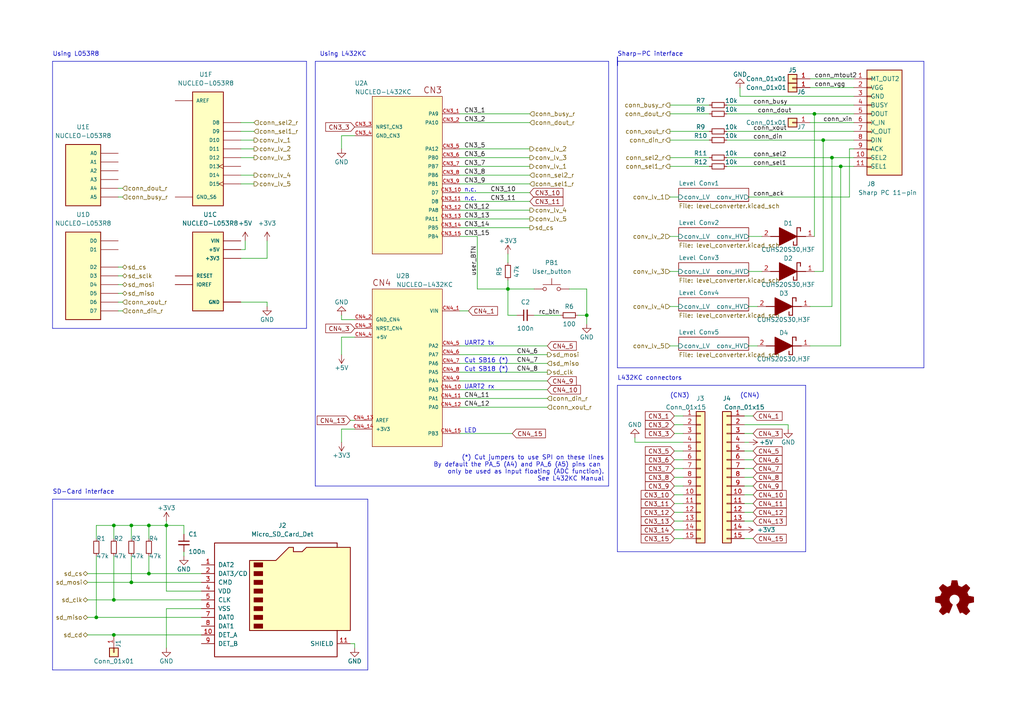
<source format=kicad_sch>
(kicad_sch (version 20230121) (generator eeschema)
  (paper "A4")
  (title_block (title "sharp_ce140f_emul") (date "2022-10-31") (rev "1") (comment 1 "https://github.com/ffxx68/Sharp_ce140f_emul") (comment 2 "Sharp CE-140F emulator with STM32 Nucleo"))
  (lib_symbols
    (symbol "Conn_01x06_1" (pin_names (offset 1.016))
      (property "Reference" "J2" (at -1.27 11.43 0))
      (property "Value" "Sharp PC 11-pin" (at -1.27 8.89 0))
      (symbol "Conn_01x06_1_1_1"
        (pin passive line (at -5.08 5.08 0) (length 3.81) (name "MT_OUT2") (number "1"))
        (pin passive line (at -5.08 -17.78 0) (length 3.81) (name "SEL2") (number "10"))
        (pin passive line (at -5.08 -20.32 0) (length 3.81) (name "SEL1") (number "11"))
        (pin passive line (at -5.08 2.54 0) (length 3.81) (name "VGG") (number "2"))
        (pin passive line (at -5.08 0 0) (length 3.81) (name "GND") (number "3"))
        (pin passive line (at -5.08 -2.54 0) (length 3.81) (name "BUSY") (number "4"))
        (pin passive line (at -5.08 -5.08 0) (length 3.81) (name "DOUT") (number "5"))
        (pin passive line (at -5.08 -7.62 0) (length 3.81) (name "X_IN") (number "6"))
        (pin passive line (at -5.08 -10.16 0) (length 3.81) (name "X_OUT") (number "7"))
        (pin passive line (at -5.08 -12.7 0) (length 3.81) (name "DIN") (number "8"))
        (pin passive line (at -5.08 -15.24 0) (length 3.81) (name "ACK") (number "9"))
      )
    )
    (symbol "Connector:Micro_SD_Card_Det" (pin_names (offset 1.016))
      (property "Reference" "J" (at -16.51 17.78 0))
      (property "Value" "Micro_SD_Card_Det" (at 16.51 17.78 0))
      (symbol "Micro_SD_Card_Det_1_1"
        (pin bidirectional line (at -22.86 10.16 0) (length 3.81) (name "DAT2") (number "1"))
        (pin passive line (at -22.86 -10.16 0) (length 3.81) (name "DET_A") (number "10"))
        (pin passive line (at 20.32 -12.7 180) (length 3.81) (name "SHIELD") (number "11"))
        (pin bidirectional line (at -22.86 7.62 0) (length 3.81) (name "DAT3/CD") (number "2"))
        (pin input line (at -22.86 5.08 0) (length 3.81) (name "CMD") (number "3"))
        (pin power_in line (at -22.86 2.54 0) (length 3.81) (name "VDD") (number "4"))
        (pin input line (at -22.86 0 0) (length 3.81) (name "CLK") (number "5"))
        (pin power_in line (at -22.86 -2.54 0) (length 3.81) (name "VSS") (number "6"))
        (pin bidirectional line (at -22.86 -5.08 0) (length 3.81) (name "DAT0") (number "7"))
        (pin bidirectional line (at -22.86 -7.62 0) (length 3.81) (name "DAT1") (number "8"))
        (pin passive line (at -22.86 -12.7 0) (length 3.81) (name "DET_B") (number "9"))
      )
    )
    (symbol "Connector_Generic:Conn_01x01" (pin_names (offset 1.016) hide)
      (property "Reference" "J" (at 0 2.54 0))
      (property "Value" "Conn_01x01" (at 0 -2.54 0))
      (symbol "Conn_01x01_1_1"
        (pin passive line (at -5.08 0 0) (length 3.81) (name "Pin_1") (number "1"))
      )
    )
    (symbol "Connector_Generic:Conn_01x15" (pin_names (offset 1.016) hide)
      (property "Reference" "J" (at 0 20.32 0))
      (property "Value" "Conn_01x15" (at 0 -20.32 0))
      (symbol "Conn_01x15_1_1"
        (pin passive line (at -5.08 17.78 0) (length 3.81) (name "Pin_1") (number "1"))
        (pin passive line (at -5.08 -5.08 0) (length 3.81) (name "Pin_10") (number "10"))
        (pin passive line (at -5.08 -7.62 0) (length 3.81) (name "Pin_11") (number "11"))
        (pin passive line (at -5.08 -10.16 0) (length 3.81) (name "Pin_12") (number "12"))
        (pin passive line (at -5.08 -12.7 0) (length 3.81) (name "Pin_13") (number "13"))
        (pin passive line (at -5.08 -15.24 0) (length 3.81) (name "Pin_14") (number "14"))
        (pin passive line (at -5.08 -17.78 0) (length 3.81) (name "Pin_15") (number "15"))
        (pin passive line (at -5.08 15.24 0) (length 3.81) (name "Pin_2") (number "2"))
        (pin passive line (at -5.08 12.7 0) (length 3.81) (name "Pin_3") (number "3"))
        (pin passive line (at -5.08 10.16 0) (length 3.81) (name "Pin_4") (number "4"))
        (pin passive line (at -5.08 7.62 0) (length 3.81) (name "Pin_5") (number "5"))
        (pin passive line (at -5.08 5.08 0) (length 3.81) (name "Pin_6") (number "6"))
        (pin passive line (at -5.08 2.54 0) (length 3.81) (name "Pin_7") (number "7"))
        (pin passive line (at -5.08 0 0) (length 3.81) (name "Pin_8") (number "8"))
        (pin passive line (at -5.08 -2.54 0) (length 3.81) (name "Pin_9") (number "9"))
      )
    )
    (symbol "Device:C_Small" (pin_numbers hide) (pin_names (offset 0.254) hide)
      (property "Reference" "C" (at 0.254 1.778 0))
      (property "Value" "C_Small" (at 0.254 -2.032 0))
      (symbol "C_Small_1_1"
        (pin passive line (at 0 2.54 270) (length 2.032) (name "~") (number "1"))
        (pin passive line (at 0 -2.54 90) (length 2.032) (name "~") (number "2"))
      )
    )
    (symbol "Device:R_Small" (pin_numbers hide) (pin_names (offset 0.254) hide)
      (property "Reference" "R" (at 0.762 0.508 0))
      (property "Value" "R_Small" (at 0.762 -1.016 0))
      (symbol "R_Small_1_1"
        (pin passive line (at 0 2.54 270) (length 0.762) (name "~") (number "1"))
        (pin passive line (at 0 -2.54 90) (length 0.762) (name "~") (number "2"))
      )
    )
    (symbol "Graphic:Logo_Open_Hardware_Small" (pin_names (offset 1.016)))
    (symbol "NUCLEO-F401RE_1" (pin_numbers hide) (pin_names (offset 1.016))
      (property "Reference" "U?" (at 6.35 15.24 0))
      (property "Value" "NUCLEO-F401RE_1" (at 6.35 12.7 0))
      (symbol "NUCLEO-F401RE_1_1_0"
        (pin bidirectional line (at -20.32 -25.4 0) (length 5.08) (name "PC10") (number "CN7_1"))
        (pin bidirectional line (at 20.32 20.32 180) (length 5.08) (name "IOREF_S1") (number "CN7_12"))
        (pin bidirectional line (at -20.32 5.08 0) (length 5.08) (name "PA13") (number "CN7_13"))
        (pin bidirectional line (at -20.32 20.32 0) (length 5.08) (name "RESET_S1") (number "CN7_14"))
        (pin bidirectional line (at -20.32 2.54 0) (length 5.08) (name "PA14") (number "CN7_15"))
        (pin power_in line (at 20.32 38.1 180) (length 5.08) (name "+3V3_S1") (number "CN7_16"))
        (pin bidirectional line (at -20.32 0 0) (length 5.08) (name "PA15") (number "CN7_17"))
        (pin power_in line (at 20.32 35.56 180) (length 5.08) (name "+5V_S1") (number "CN7_18"))
        (pin power_in line (at 20.32 -40.64 180) (length 5.08) (name "GND_S1") (number "CN7_19"))
        (pin bidirectional line (at -20.32 -22.86 0) (length 5.08) (name "PC11") (number "CN7_2"))
        (pin power_in line (at 20.32 -40.64 180) (length 5.08) (name "GND_S1") (number "CN7_20"))
        (pin bidirectional line (at -20.32 -7.62 0) (length 5.08) (name "PB7") (number "CN7_21"))
        (pin power_in line (at 20.32 -40.64 180) (length 5.08) (name "GND_S1") (number "CN7_22"))
        (pin bidirectional line (at -20.32 -30.48 0) (length 5.08) (name "PC13") (number "CN7_23"))
        (pin power_in line (at 20.32 25.4 180) (length 5.08) (name "VIN_S1") (number "CN7_24"))
        (pin bidirectional line (at -20.32 -33.02 0) (length 5.08) (name "PC14") (number "CN7_25"))
        (pin bidirectional line (at -20.32 -35.56 0) (length 5.08) (name "PC15") (number "CN7_27"))
        (pin bidirectional line (at -20.32 12.7 0) (length 5.08) (name "PA0") (number "CN7_28"))
        (pin bidirectional line (at 20.32 12.7 180) (length 5.08) (name "PH0") (number "CN7_29"))
        (pin bidirectional line (at -20.32 -27.94 0) (length 5.08) (name "PC12") (number "CN7_3"))
        (pin bidirectional line (at -20.32 10.16 0) (length 5.08) (name "PA1") (number "CN7_30"))
        (pin bidirectional line (at 20.32 10.16 180) (length 5.08) (name "PH1") (number "CN7_31"))
        (pin bidirectional line (at -20.32 7.62 0) (length 5.08) (name "PA4") (number "CN7_32"))
        (pin power_in line (at 20.32 30.48 180) (length 5.08) (name "VBAT") (number "CN7_33"))
        (pin bidirectional line (at -20.32 -5.08 0) (length 5.08) (name "PB0") (number "CN7_34"))
        (pin bidirectional line (at -20.32 -17.78 0) (length 5.08) (name "PC2") (number "CN7_35"))
        (pin bidirectional line (at -20.32 -15.24 0) (length 5.08) (name "PC1/PB9") (number "CN7_36"))
        (pin bidirectional line (at -20.32 -20.32 0) (length 5.08) (name "PC3") (number "CN7_37"))
        (pin bidirectional line (at -20.32 -12.7 0) (length 5.08) (name "PC0/PB8") (number "CN7_38"))
        (pin bidirectional line (at 20.32 17.78 180) (length 5.08) (name "PD2") (number "CN7_4"))
        (pin power_in line (at 20.32 27.94 180) (length 5.08) (name "VDD") (number "CN7_5"))
        (pin power_in line (at 20.32 33.02 180) (length 5.08) (name "E5V") (number "CN7_6"))
        (pin bidirectional line (at -20.32 17.78 0) (length 5.08) (name "BOOT0") (number "CN7_7"))
        (pin power_in line (at 20.32 -40.64 180) (length 5.08) (name "GND_S1") (number "CN7_8"))
      )
      (symbol "NUCLEO-F401RE_1_2_0"
        (pin bidirectional line (at 17.78 15.24 180) (length 5.08) (name "PC9") (number "CN10_1"))
        (pin bidirectional line (at -17.78 22.86 0) (length 5.08) (name "PA5") (number "CN10_11"))
        (pin bidirectional line (at -17.78 5.08 0) (length 5.08) (name "PA12") (number "CN10_12"))
        (pin bidirectional line (at -17.78 20.32 0) (length 5.08) (name "PA6") (number "CN10_13"))
        (pin bidirectional line (at -17.78 7.62 0) (length 5.08) (name "PA11") (number "CN10_14"))
        (pin bidirectional line (at -17.78 17.78 0) (length 5.08) (name "PA7") (number "CN10_15"))
        (pin bidirectional line (at -17.78 -22.86 0) (length 5.08) (name "PB12") (number "CN10_16"))
        (pin bidirectional line (at -17.78 -12.7 0) (length 5.08) (name "PB6") (number "CN10_17"))
        (pin bidirectional line (at 17.78 20.32 180) (length 5.08) (name "PC7") (number "CN10_19"))
        (pin bidirectional line (at 17.78 17.78 180) (length 5.08) (name "PC8") (number "CN10_2"))
        (pin power_in line (at 17.78 -38.1 180) (length 5.08) (name "GND_S2") (number "CN10_20"))
        (pin bidirectional line (at -17.78 12.7 0) (length 5.08) (name "PA9") (number "CN10_21"))
        (pin bidirectional line (at -17.78 -2.54 0) (length 5.08) (name "PB2") (number "CN10_22"))
        (pin bidirectional line (at -17.78 15.24 0) (length 5.08) (name "PA8") (number "CN10_23"))
        (pin bidirectional line (at -17.78 0 0) (length 5.08) (name "PB1") (number "CN10_24"))
        (pin bidirectional line (at -17.78 -20.32 0) (length 5.08) (name "PB10") (number "CN10_25"))
        (pin bidirectional line (at -17.78 -30.48 0) (length 5.08) (name "PB15") (number "CN10_26"))
        (pin bidirectional line (at -17.78 -7.62 0) (length 5.08) (name "PB4") (number "CN10_27"))
        (pin bidirectional line (at -17.78 -27.94 0) (length 5.08) (name "PB14") (number "CN10_28"))
        (pin bidirectional line (at -17.78 -10.16 0) (length 5.08) (name "PB5") (number "CN10_29"))
        (pin bidirectional line (at -17.78 -15.24 0) (length 5.08) (name "PB8") (number "CN10_3"))
        (pin bidirectional line (at -17.78 -25.4 0) (length 5.08) (name "PB13") (number "CN10_30"))
        (pin bidirectional line (at -17.78 -5.08 0) (length 5.08) (name "PB3") (number "CN10_31"))
        (pin power_in line (at 17.78 -35.56 180) (length 5.08) (name "AGND") (number "CN10_32"))
        (pin bidirectional line (at -17.78 10.16 0) (length 5.08) (name "PA10") (number "CN10_33"))
        (pin bidirectional line (at 17.78 27.94 180) (length 5.08) (name "PC4") (number "CN10_34"))
        (pin bidirectional line (at -17.78 27.94 0) (length 5.08) (name "PA2") (number "CN10_35"))
        (pin bidirectional line (at -17.78 25.4 0) (length 5.08) (name "PA3") (number "CN10_37"))
        (pin bidirectional line (at 17.78 22.86 180) (length 5.08) (name "PC6") (number "CN10_4"))
        (pin bidirectional line (at -17.78 -17.78 0) (length 5.08) (name "PB9") (number "CN10_5"))
        (pin bidirectional line (at 17.78 25.4 180) (length 5.08) (name "PC5") (number "CN10_6"))
        (pin power_in line (at 17.78 35.56 180) (length 5.08) (name "AVDD") (number "CN10_7"))
        (pin power_in line (at 17.78 33.02 180) (length 5.08) (name "U5V") (number "CN10_8"))
        (pin power_in line (at 17.78 -38.1 180) (length 5.08) (name "GND_S2") (number "CN10_9"))
      )
      (symbol "NUCLEO-F401RE_1_3_0"
        (pin bidirectional line (at -3.81 -5.08 0) (length 5.08) (name "IOREF") (number "CN6_2"))
        (pin bidirectional line (at -3.81 -2.54 0) (length 5.08) (name "RESET") (number "CN6_3"))
        (pin power_in line (at 15.24 2.54 180) (length 5.08) (name "+3V3") (number "CN6_4"))
        (pin power_in line (at 15.24 5.08 180) (length 5.08) (name "+5V") (number "CN6_5"))
        (pin power_in line (at 15.24 -10.16 180) (length 5.08) (name "GND") (number "CN6_6"))
        (pin power_in line (at 15.24 -10.16 180) (length 5.08) (name "GND") (number "CN6_7"))
        (pin power_in line (at 15.24 7.62 180) (length 5.08) (name "VIN") (number "CN6_8"))
      )
      (symbol "NUCLEO-F401RE_1_4_0"
        (pin input line (at -10.16 10.16 0) (length 5.08) (name "D0") (number "CN9_1"))
        (pin output line (at -10.16 7.62 0) (length 5.08) (name "D1") (number "CN9_2"))
        (pin bidirectional line (at -10.16 2.54 0) (length 5.08) (name "D2") (number "CN9_3"))
        (pin bidirectional line (at -10.16 0 0) (length 5.08) (name "D3") (number "CN9_4"))
        (pin bidirectional line (at -10.16 -2.54 0) (length 5.08) (name "D4") (number "CN9_5"))
        (pin bidirectional line (at -10.16 -5.08 0) (length 5.08) (name "D5") (number "CN9_6"))
        (pin bidirectional line (at -10.16 -7.62 0) (length 5.08) (name "D6") (number "CN9_7"))
        (pin bidirectional line (at -10.16 -10.16 0) (length 5.08) (name "D7") (number "CN9_8"))
      )
      (symbol "NUCLEO-F401RE_1_5_0"
        (pin input line (at -10.16 5.08 0) (length 5.08) (name "A0") (number "CN8_1"))
        (pin input line (at -10.16 2.54 0) (length 5.08) (name "A1") (number "CN8_2"))
        (pin input line (at -10.16 0 0) (length 5.08) (name "A2") (number "CN8_3"))
        (pin input line (at -10.16 -2.54 0) (length 5.08) (name "A3") (number "CN8_4"))
        (pin input line (at -10.16 -5.08 0) (length 5.08) (name "A4") (number "CN8_5"))
        (pin input line (at -10.16 -7.62 0) (length 5.08) (name "A5") (number "CN8_6"))
      )
      (symbol "NUCLEO-F401RE_1_6_0"
        (pin bidirectional line (at -15.24 7.62 0) (length 5.08) (name "D8") (number "CN5_1"))
        (pin bidirectional clock (at -15.24 -10.16 0) (length 5.08) (name "D15") (number "CN5_10"))
        (pin bidirectional line (at -15.24 5.08 0) (length 5.08) (name "D9") (number "CN5_2"))
        (pin bidirectional line (at -15.24 2.54 0) (length 5.08) (name "D10") (number "CN5_3"))
        (pin bidirectional line (at -15.24 0 0) (length 5.08) (name "D11") (number "CN5_4"))
        (pin bidirectional line (at -15.24 -2.54 0) (length 5.08) (name "D12") (number "CN5_5"))
        (pin bidirectional clock (at -15.24 -5.08 0) (length 5.08) (name "D13") (number "CN5_6"))
        (pin power_in line (at 15.24 -15.24 180) (length 5.08) (name "GND_S6") (number "CN5_7"))
        (pin power_in line (at 15.24 12.7 180) (length 5.08) (name "AREF") (number "CN5_8"))
        (pin bidirectional line (at -15.24 -7.62 0) (length 5.08) (name "D14") (number "CN5_9"))
      )
    )
    (symbol "NUCLEO-F401RE_2" (pin_numbers hide) (pin_names (offset 1.016))
      (property "Reference" "U?" (at 0 20.32 0))
      (property "Value" "NUCLEO-F401RE_2" (at 0 17.78 0))
      (symbol "NUCLEO-F401RE_2_1_0"
        (pin bidirectional line (at -20.32 -25.4 0) (length 5.08) (name "PC10") (number "CN7_1"))
        (pin bidirectional line (at 20.32 20.32 180) (length 5.08) (name "IOREF_S1") (number "CN7_12"))
        (pin bidirectional line (at -20.32 5.08 0) (length 5.08) (name "PA13") (number "CN7_13"))
        (pin bidirectional line (at -20.32 20.32 0) (length 5.08) (name "RESET_S1") (number "CN7_14"))
        (pin bidirectional line (at -20.32 2.54 0) (length 5.08) (name "PA14") (number "CN7_15"))
        (pin power_in line (at 20.32 38.1 180) (length 5.08) (name "+3V3_S1") (number "CN7_16"))
        (pin bidirectional line (at -20.32 0 0) (length 5.08) (name "PA15") (number "CN7_17"))
        (pin power_in line (at 20.32 35.56 180) (length 5.08) (name "+5V_S1") (number "CN7_18"))
        (pin power_in line (at 20.32 -40.64 180) (length 5.08) (name "GND_S1") (number "CN7_19"))
        (pin bidirectional line (at -20.32 -22.86 0) (length 5.08) (name "PC11") (number "CN7_2"))
        (pin power_in line (at 20.32 -40.64 180) (length 5.08) (name "GND_S1") (number "CN7_20"))
        (pin bidirectional line (at -20.32 -7.62 0) (length 5.08) (name "PB7") (number "CN7_21"))
        (pin power_in line (at 20.32 -40.64 180) (length 5.08) (name "GND_S1") (number "CN7_22"))
        (pin bidirectional line (at -20.32 -30.48 0) (length 5.08) (name "PC13") (number "CN7_23"))
        (pin power_in line (at 20.32 25.4 180) (length 5.08) (name "VIN_S1") (number "CN7_24"))
        (pin bidirectional line (at -20.32 -33.02 0) (length 5.08) (name "PC14") (number "CN7_25"))
        (pin bidirectional line (at -20.32 -35.56 0) (length 5.08) (name "PC15") (number "CN7_27"))
        (pin bidirectional line (at -20.32 12.7 0) (length 5.08) (name "PA0") (number "CN7_28"))
        (pin bidirectional line (at 20.32 12.7 180) (length 5.08) (name "PH0") (number "CN7_29"))
        (pin bidirectional line (at -20.32 -27.94 0) (length 5.08) (name "PC12") (number "CN7_3"))
        (pin bidirectional line (at -20.32 10.16 0) (length 5.08) (name "PA1") (number "CN7_30"))
        (pin bidirectional line (at 20.32 10.16 180) (length 5.08) (name "PH1") (number "CN7_31"))
        (pin bidirectional line (at -20.32 7.62 0) (length 5.08) (name "PA4") (number "CN7_32"))
        (pin power_in line (at 20.32 30.48 180) (length 5.08) (name "VBAT") (number "CN7_33"))
        (pin bidirectional line (at -20.32 -5.08 0) (length 5.08) (name "PB0") (number "CN7_34"))
        (pin bidirectional line (at -20.32 -17.78 0) (length 5.08) (name "PC2") (number "CN7_35"))
        (pin bidirectional line (at -20.32 -15.24 0) (length 5.08) (name "PC1/PB9") (number "CN7_36"))
        (pin bidirectional line (at -20.32 -20.32 0) (length 5.08) (name "PC3") (number "CN7_37"))
        (pin bidirectional line (at -20.32 -12.7 0) (length 5.08) (name "PC0/PB8") (number "CN7_38"))
        (pin bidirectional line (at 20.32 17.78 180) (length 5.08) (name "PD2") (number "CN7_4"))
        (pin power_in line (at 20.32 27.94 180) (length 5.08) (name "VDD") (number "CN7_5"))
        (pin power_in line (at 20.32 33.02 180) (length 5.08) (name "E5V") (number "CN7_6"))
        (pin bidirectional line (at -20.32 17.78 0) (length 5.08) (name "BOOT0") (number "CN7_7"))
        (pin power_in line (at 20.32 -40.64 180) (length 5.08) (name "GND_S1") (number "CN7_8"))
      )
      (symbol "NUCLEO-F401RE_2_2_0"
        (pin bidirectional line (at 17.78 15.24 180) (length 5.08) (name "PC9") (number "CN10_1"))
        (pin bidirectional line (at -17.78 22.86 0) (length 5.08) (name "PA5") (number "CN10_11"))
        (pin bidirectional line (at -17.78 5.08 0) (length 5.08) (name "PA12") (number "CN10_12"))
        (pin bidirectional line (at -17.78 20.32 0) (length 5.08) (name "PA6") (number "CN10_13"))
        (pin bidirectional line (at -17.78 7.62 0) (length 5.08) (name "PA11") (number "CN10_14"))
        (pin bidirectional line (at -17.78 17.78 0) (length 5.08) (name "PA7") (number "CN10_15"))
        (pin bidirectional line (at -17.78 -22.86 0) (length 5.08) (name "PB12") (number "CN10_16"))
        (pin bidirectional line (at -17.78 -12.7 0) (length 5.08) (name "PB6") (number "CN10_17"))
        (pin bidirectional line (at 17.78 20.32 180) (length 5.08) (name "PC7") (number "CN10_19"))
        (pin bidirectional line (at 17.78 17.78 180) (length 5.08) (name "PC8") (number "CN10_2"))
        (pin power_in line (at 17.78 -38.1 180) (length 5.08) (name "GND_S2") (number "CN10_20"))
        (pin bidirectional line (at -17.78 12.7 0) (length 5.08) (name "PA9") (number "CN10_21"))
        (pin bidirectional line (at -17.78 -2.54 0) (length 5.08) (name "PB2") (number "CN10_22"))
        (pin bidirectional line (at -17.78 15.24 0) (length 5.08) (name "PA8") (number "CN10_23"))
        (pin bidirectional line (at -17.78 0 0) (length 5.08) (name "PB1") (number "CN10_24"))
        (pin bidirectional line (at -17.78 -20.32 0) (length 5.08) (name "PB10") (number "CN10_25"))
        (pin bidirectional line (at -17.78 -30.48 0) (length 5.08) (name "PB15") (number "CN10_26"))
        (pin bidirectional line (at -17.78 -7.62 0) (length 5.08) (name "PB4") (number "CN10_27"))
        (pin bidirectional line (at -17.78 -27.94 0) (length 5.08) (name "PB14") (number "CN10_28"))
        (pin bidirectional line (at -17.78 -10.16 0) (length 5.08) (name "PB5") (number "CN10_29"))
        (pin bidirectional line (at -17.78 -15.24 0) (length 5.08) (name "PB8") (number "CN10_3"))
        (pin bidirectional line (at -17.78 -25.4 0) (length 5.08) (name "PB13") (number "CN10_30"))
        (pin bidirectional line (at -17.78 -5.08 0) (length 5.08) (name "PB3") (number "CN10_31"))
        (pin power_in line (at 17.78 -35.56 180) (length 5.08) (name "AGND") (number "CN10_32"))
        (pin bidirectional line (at -17.78 10.16 0) (length 5.08) (name "PA10") (number "CN10_33"))
        (pin bidirectional line (at 17.78 27.94 180) (length 5.08) (name "PC4") (number "CN10_34"))
        (pin bidirectional line (at -17.78 27.94 0) (length 5.08) (name "PA2") (number "CN10_35"))
        (pin bidirectional line (at -17.78 25.4 0) (length 5.08) (name "PA3") (number "CN10_37"))
        (pin bidirectional line (at 17.78 22.86 180) (length 5.08) (name "PC6") (number "CN10_4"))
        (pin bidirectional line (at -17.78 -17.78 0) (length 5.08) (name "PB9") (number "CN10_5"))
        (pin bidirectional line (at 17.78 25.4 180) (length 5.08) (name "PC5") (number "CN10_6"))
        (pin power_in line (at 17.78 35.56 180) (length 5.08) (name "AVDD") (number "CN10_7"))
        (pin power_in line (at 17.78 33.02 180) (length 5.08) (name "U5V") (number "CN10_8"))
        (pin power_in line (at 17.78 -38.1 180) (length 5.08) (name "GND_S2") (number "CN10_9"))
      )
      (symbol "NUCLEO-F401RE_2_3_0"
        (pin bidirectional line (at -15.24 -5.08 0) (length 5.08) (name "IOREF") (number "CN6_2"))
        (pin bidirectional line (at -15.24 -2.54 0) (length 5.08) (name "RESET") (number "CN6_3"))
        (pin power_in line (at 15.24 2.54 180) (length 5.08) (name "+3V3") (number "CN6_4"))
        (pin power_in line (at 15.24 5.08 180) (length 5.08) (name "+5V") (number "CN6_5"))
        (pin power_in line (at 15.24 -10.16 180) (length 5.08) (name "GND") (number "CN6_6"))
        (pin power_in line (at 15.24 -10.16 180) (length 5.08) (name "GND") (number "CN6_7"))
        (pin power_in line (at 15.24 7.62 180) (length 5.08) (name "VIN") (number "CN6_8"))
      )
      (symbol "NUCLEO-F401RE_2_4_0"
        (pin input line (at -10.16 10.16 0) (length 5.08) (name "D0") (number "CN9_1"))
        (pin output line (at -10.16 7.62 0) (length 5.08) (name "D1") (number "CN9_2"))
        (pin bidirectional line (at -10.16 2.54 0) (length 5.08) (name "D2") (number "CN9_3"))
        (pin bidirectional line (at -10.16 0 0) (length 5.08) (name "D3") (number "CN9_4"))
        (pin bidirectional line (at -10.16 -2.54 0) (length 5.08) (name "D4") (number "CN9_5"))
        (pin bidirectional line (at -10.16 -5.08 0) (length 5.08) (name "D5") (number "CN9_6"))
        (pin bidirectional line (at -10.16 -7.62 0) (length 5.08) (name "D6") (number "CN9_7"))
        (pin bidirectional line (at -10.16 -10.16 0) (length 5.08) (name "D7") (number "CN9_8"))
      )
      (symbol "NUCLEO-F401RE_2_5_0"
        (pin input line (at -10.16 5.08 0) (length 5.08) (name "A0") (number "CN8_1"))
        (pin input line (at -10.16 2.54 0) (length 5.08) (name "A1") (number "CN8_2"))
        (pin input line (at -10.16 0 0) (length 5.08) (name "A2") (number "CN8_3"))
        (pin input line (at -10.16 -2.54 0) (length 5.08) (name "A3") (number "CN8_4"))
        (pin input line (at -10.16 -5.08 0) (length 5.08) (name "A4") (number "CN8_5"))
        (pin input line (at -10.16 -7.62 0) (length 5.08) (name "A5") (number "CN8_6"))
      )
      (symbol "NUCLEO-F401RE_2_6_0"
        (pin bidirectional line (at -3.81 6.35 0) (length 5.08) (name "D8") (number "CN5_1"))
        (pin bidirectional clock (at -3.81 -11.43 0) (length 5.08) (name "D15") (number "CN5_10"))
        (pin bidirectional line (at -3.81 3.81 0) (length 5.08) (name "D9") (number "CN5_2"))
        (pin bidirectional line (at -3.81 1.27 0) (length 5.08) (name "D10") (number "CN5_3"))
        (pin bidirectional line (at -3.81 -1.27 0) (length 5.08) (name "D11") (number "CN5_4"))
        (pin bidirectional line (at -3.81 -3.81 0) (length 5.08) (name "D12") (number "CN5_5"))
        (pin bidirectional clock (at -3.81 -6.35 0) (length 5.08) (name "D13") (number "CN5_6"))
        (pin power_in line (at 15.24 -15.24 180) (length 5.08) (name "GND_S6") (number "CN5_7"))
        (pin power_in line (at 15.24 12.7 180) (length 5.08) (name "AREF") (number "CN5_8"))
        (pin bidirectional line (at -3.81 -8.89 0) (length 5.08) (name "D14") (number "CN5_9"))
      )
    )
    (symbol "NUCLEO-L432KC_1" (pin_names (offset 1.016))
      (property "Reference" "U" (at -10.16 21.082 0))
      (property "Value" "NUCLEO-L432KC_1" (at -10.16 -31.75 0))
      (symbol "NUCLEO-L432KC_1_1_0"
        (text "CN3" (at -10.16 18.542 0) (effects (font (size 1.778 1.778)) (justify left bottom)))
        (pin bidirectional line (at -15.24 12.7 0) (length 5.08) (name "PA9") (number "CN3_1"))
        (pin bidirectional line (at -15.24 -10.16 0) (length 5.08) (name "PC14") (number "CN3_10"))
        (pin bidirectional line (at -15.24 -12.7 0) (length 5.08) (name "PC15") (number "CN3_11"))
        (pin bidirectional line (at -15.24 -15.24 0) (length 5.08) (name "PA8") (number "CN3_12"))
        (pin bidirectional line (at -15.24 -17.78 0) (length 5.08) (name "PA11") (number "CN3_13"))
        (pin bidirectional line (at -15.24 -20.32 0) (length 5.08) (name "PB5") (number "CN3_14"))
        (pin bidirectional line (at -15.24 -22.86 0) (length 5.08) (name "PB4") (number "CN3_15"))
        (pin bidirectional line (at -15.24 10.16 0) (length 5.08) (name "PA10") (number "CN3_2"))
        (pin bidirectional line (at 15.24 8.89 180) (length 5.08) (name "NRST_CN3") (number "CN3_3"))
        (pin power_in line (at 15.24 6.35 180) (length 5.08) (name "GND_CN3") (number "CN3_4"))
        (pin bidirectional line (at -15.24 2.54 0) (length 5.08) (name "PA12") (number "CN3_5"))
        (pin bidirectional line (at -15.24 0 0) (length 5.08) (name "PB0") (number "CN3_6"))
        (pin bidirectional line (at -15.24 -2.54 0) (length 5.08) (name "PB7") (number "CN3_7"))
        (pin bidirectional line (at -15.24 -5.08 0) (length 5.08) (name "PB6") (number "CN3_8"))
        (pin bidirectional line (at -15.24 -7.62 0) (length 5.08) (name "PB1") (number "CN3_9"))
      )
      (symbol "NUCLEO-L432KC_1_2_0"
        (text "CN4" (at -10.16 18.542 0) (effects (font (size 1.778 1.778)) (justify left bottom)))
        (pin input line (at 15.24 11.43 180) (length 5.08) (name "VIN") (number "CN4_1"))
        (pin bidirectional line (at 15.24 -11.43 180) (length 5.08) (name "PA3") (number "CN4_10"))
        (pin bidirectional line (at 15.24 -13.97 180) (length 5.08) (name "PA1") (number "CN4_11"))
        (pin bidirectional line (at 15.24 -16.51 180) (length 5.08) (name "PA0") (number "CN4_12"))
        (pin bidirectional line (at -15.24 -20.32 0) (length 5.08) (name "AREF") (number "CN4_13"))
        (pin power_in line (at -15.24 -22.86 0) (length 5.08) (name "+3V3") (number "CN4_14"))
        (pin bidirectional line (at 15.24 -24.13 180) (length 5.08) (name "PB3") (number "CN4_15"))
        (pin power_in line (at -15.24 8.89 0) (length 5.08) (name "GND_CN4") (number "CN4_2"))
        (pin bidirectional line (at -15.24 6.35 0) (length 5.08) (name "NRST_CN4") (number "CN4_3"))
        (pin power_in line (at -15.24 3.81 0) (length 5.08) (name "+5V") (number "CN4_4"))
        (pin bidirectional line (at 15.24 1.27 180) (length 5.08) (name "PA2") (number "CN4_5"))
        (pin bidirectional line (at 15.24 -1.27 180) (length 5.08) (name "PA7") (number "CN4_6"))
        (pin bidirectional line (at 15.24 -3.81 180) (length 5.08) (name "PA6") (number "CN4_7"))
        (pin bidirectional line (at 15.24 -6.35 180) (length 5.08) (name "PA5") (number "CN4_8"))
        (pin bidirectional line (at 15.24 -8.89 180) (length 5.08) (name "PA4") (number "CN4_9"))
      )
    )
    (symbol "Switch:SW_Push" (pin_numbers hide) (pin_names (offset 1.016) hide)
      (property "Reference" "SW" (at 1.27 2.54 0))
      (property "Value" "SW_Push" (at 0 -1.524 0))
      (symbol "SW_Push_0_1"
        (pin passive line (at -5.08 0 0) (length 2.54) (name "1") (number "1"))
        (pin passive line (at 5.08 0 180) (length 2.54) (name "2") (number "2"))
      )
    )
    (symbol "power:+3.3V" (power) (pin_names (offset 0))
      (property "Value" "+3.3V" (at 0 3.556 0))
      (symbol "+3.3V_1_1"
        (pin power_in line (at 0 0 90) (length 0) hide (name "+3V3") (number "1"))
      )
    )
    (symbol "power:+5V" (power) (pin_names (offset 0))
      (property "Value" "+5V" (at 0 3.556 0))
      (symbol "+5V_1_1"
        (pin power_in line (at 0 0 90) (length 0) hide (name "+5V") (number "1"))
      )
    )
    (symbol "power:GND" (power) (pin_names (offset 0))
      (property "Value" "GND" (at 0 -3.81 0))
      (symbol "GND_1_1"
        (pin power_in line (at 0 0 270) (length 0) hide (name "GND") (number "1"))
      )
    )
    (symbol "sharp-ce140f-emul:CUHS20S30,H3F" (pin_names hide)
      (property "Reference" "D" (at 12.7 8.89 0))
      (property "Value" "CUHS20S30,H3F" (at 12.7 6.35 0))
      (symbol "CUHS20S30,H3F_1_1"
        (pin passive line (at 2.54 0 0) (length 2.54) (name "K") (number "1"))
        (pin passive line (at 17.78 0 180) (length 2.54) (name "A") (number "2"))
      )
    )
    (symbol "sharp-ce140f-emul:NUCLEO-F401RE" (pin_numbers hide) (pin_names (offset 1.016))
      (property "Reference" "U" (at -15.24 41.91 0))
      (property "Value" "NUCLEO-F401RE" (at -15.24 -44.45 0))
      (symbol "NUCLEO-F401RE_1_0"
        (pin bidirectional line (at -20.32 -25.4 0) (length 5.08) (name "PC10") (number "CN7_1"))
        (pin bidirectional line (at 20.32 20.32 180) (length 5.08) (name "IOREF_S1") (number "CN7_12"))
        (pin bidirectional line (at -20.32 5.08 0) (length 5.08) (name "PA13") (number "CN7_13"))
        (pin bidirectional line (at -20.32 20.32 0) (length 5.08) (name "RESET_S1") (number "CN7_14"))
        (pin bidirectional line (at -20.32 2.54 0) (length 5.08) (name "PA14") (number "CN7_15"))
        (pin power_in line (at 20.32 38.1 180) (length 5.08) (name "+3V3_S1") (number "CN7_16"))
        (pin bidirectional line (at -20.32 0 0) (length 5.08) (name "PA15") (number "CN7_17"))
        (pin power_in line (at 20.32 35.56 180) (length 5.08) (name "+5V_S1") (number "CN7_18"))
        (pin power_in line (at 20.32 -40.64 180) (length 5.08) (name "GND_S1") (number "CN7_19"))
        (pin bidirectional line (at -20.32 -22.86 0) (length 5.08) (name "PC11") (number "CN7_2"))
        (pin power_in line (at 20.32 -40.64 180) (length 5.08) (name "GND_S1") (number "CN7_20"))
        (pin bidirectional line (at -20.32 -7.62 0) (length 5.08) (name "PB7") (number "CN7_21"))
        (pin power_in line (at 20.32 -40.64 180) (length 5.08) (name "GND_S1") (number "CN7_22"))
        (pin bidirectional line (at -20.32 -30.48 0) (length 5.08) (name "PC13") (number "CN7_23"))
        (pin power_in line (at 20.32 25.4 180) (length 5.08) (name "VIN_S1") (number "CN7_24"))
        (pin bidirectional line (at -20.32 -33.02 0) (length 5.08) (name "PC14") (number "CN7_25"))
        (pin bidirectional line (at -20.32 -35.56 0) (length 5.08) (name "PC15") (number "CN7_27"))
        (pin bidirectional line (at -20.32 12.7 0) (length 5.08) (name "PA0") (number "CN7_28"))
        (pin bidirectional line (at 20.32 12.7 180) (length 5.08) (name "PH0") (number "CN7_29"))
        (pin bidirectional line (at -20.32 -27.94 0) (length 5.08) (name "PC12") (number "CN7_3"))
        (pin bidirectional line (at -20.32 10.16 0) (length 5.08) (name "PA1") (number "CN7_30"))
        (pin bidirectional line (at 20.32 10.16 180) (length 5.08) (name "PH1") (number "CN7_31"))
        (pin bidirectional line (at -20.32 7.62 0) (length 5.08) (name "PA4") (number "CN7_32"))
        (pin power_in line (at 20.32 30.48 180) (length 5.08) (name "VBAT") (number "CN7_33"))
        (pin bidirectional line (at -20.32 -5.08 0) (length 5.08) (name "PB0") (number "CN7_34"))
        (pin bidirectional line (at -20.32 -17.78 0) (length 5.08) (name "PC2") (number "CN7_35"))
        (pin bidirectional line (at -20.32 -15.24 0) (length 5.08) (name "PC1/PB9") (number "CN7_36"))
        (pin bidirectional line (at -20.32 -20.32 0) (length 5.08) (name "PC3") (number "CN7_37"))
        (pin bidirectional line (at -20.32 -12.7 0) (length 5.08) (name "PC0/PB8") (number "CN7_38"))
        (pin bidirectional line (at 20.32 17.78 180) (length 5.08) (name "PD2") (number "CN7_4"))
        (pin power_in line (at 20.32 27.94 180) (length 5.08) (name "VDD") (number "CN7_5"))
        (pin power_in line (at 20.32 33.02 180) (length 5.08) (name "E5V") (number "CN7_6"))
        (pin bidirectional line (at -20.32 17.78 0) (length 5.08) (name "BOOT0") (number "CN7_7"))
        (pin power_in line (at 20.32 -40.64 180) (length 5.08) (name "GND_S1") (number "CN7_8"))
      )
      (symbol "NUCLEO-F401RE_2_0"
        (pin bidirectional line (at 17.78 15.24 180) (length 5.08) (name "PC9") (number "CN10_1"))
        (pin bidirectional line (at -17.78 22.86 0) (length 5.08) (name "PA5") (number "CN10_11"))
        (pin bidirectional line (at -17.78 5.08 0) (length 5.08) (name "PA12") (number "CN10_12"))
        (pin bidirectional line (at -17.78 20.32 0) (length 5.08) (name "PA6") (number "CN10_13"))
        (pin bidirectional line (at -17.78 7.62 0) (length 5.08) (name "PA11") (number "CN10_14"))
        (pin bidirectional line (at -17.78 17.78 0) (length 5.08) (name "PA7") (number "CN10_15"))
        (pin bidirectional line (at -17.78 -22.86 0) (length 5.08) (name "PB12") (number "CN10_16"))
        (pin bidirectional line (at -17.78 -12.7 0) (length 5.08) (name "PB6") (number "CN10_17"))
        (pin bidirectional line (at 17.78 20.32 180) (length 5.08) (name "PC7") (number "CN10_19"))
        (pin bidirectional line (at 17.78 17.78 180) (length 5.08) (name "PC8") (number "CN10_2"))
        (pin power_in line (at 17.78 -38.1 180) (length 5.08) (name "GND_S2") (number "CN10_20"))
        (pin bidirectional line (at -17.78 12.7 0) (length 5.08) (name "PA9") (number "CN10_21"))
        (pin bidirectional line (at -17.78 -2.54 0) (length 5.08) (name "PB2") (number "CN10_22"))
        (pin bidirectional line (at -17.78 15.24 0) (length 5.08) (name "PA8") (number "CN10_23"))
        (pin bidirectional line (at -17.78 0 0) (length 5.08) (name "PB1") (number "CN10_24"))
        (pin bidirectional line (at -17.78 -20.32 0) (length 5.08) (name "PB10") (number "CN10_25"))
        (pin bidirectional line (at -17.78 -30.48 0) (length 5.08) (name "PB15") (number "CN10_26"))
        (pin bidirectional line (at -17.78 -7.62 0) (length 5.08) (name "PB4") (number "CN10_27"))
        (pin bidirectional line (at -17.78 -27.94 0) (length 5.08) (name "PB14") (number "CN10_28"))
        (pin bidirectional line (at -17.78 -10.16 0) (length 5.08) (name "PB5") (number "CN10_29"))
        (pin bidirectional line (at -17.78 -15.24 0) (length 5.08) (name "PB8") (number "CN10_3"))
        (pin bidirectional line (at -17.78 -25.4 0) (length 5.08) (name "PB13") (number "CN10_30"))
        (pin bidirectional line (at -17.78 -5.08 0) (length 5.08) (name "PB3") (number "CN10_31"))
        (pin power_in line (at 17.78 -35.56 180) (length 5.08) (name "AGND") (number "CN10_32"))
        (pin bidirectional line (at -17.78 10.16 0) (length 5.08) (name "PA10") (number "CN10_33"))
        (pin bidirectional line (at 17.78 27.94 180) (length 5.08) (name "PC4") (number "CN10_34"))
        (pin bidirectional line (at -17.78 27.94 0) (length 5.08) (name "PA2") (number "CN10_35"))
        (pin bidirectional line (at -17.78 25.4 0) (length 5.08) (name "PA3") (number "CN10_37"))
        (pin bidirectional line (at 17.78 22.86 180) (length 5.08) (name "PC6") (number "CN10_4"))
        (pin bidirectional line (at -17.78 -17.78 0) (length 5.08) (name "PB9") (number "CN10_5"))
        (pin bidirectional line (at 17.78 25.4 180) (length 5.08) (name "PC5") (number "CN10_6"))
        (pin power_in line (at 17.78 35.56 180) (length 5.08) (name "AVDD") (number "CN10_7"))
        (pin power_in line (at 17.78 33.02 180) (length 5.08) (name "U5V") (number "CN10_8"))
        (pin power_in line (at 17.78 -38.1 180) (length 5.08) (name "GND_S2") (number "CN10_9"))
      )
      (symbol "NUCLEO-F401RE_3_0"
        (pin bidirectional line (at -15.24 -5.08 0) (length 5.08) (name "IOREF") (number "CN6_2"))
        (pin bidirectional line (at -15.24 -2.54 0) (length 5.08) (name "RESET") (number "CN6_3"))
        (pin power_in line (at 15.24 2.54 180) (length 5.08) (name "+3V3") (number "CN6_4"))
        (pin power_in line (at 15.24 5.08 180) (length 5.08) (name "+5V") (number "CN6_5"))
        (pin power_in line (at 15.24 -10.16 180) (length 5.08) (name "GND") (number "CN6_6"))
        (pin power_in line (at 15.24 -10.16 180) (length 5.08) (name "GND") (number "CN6_7"))
        (pin power_in line (at 15.24 7.62 180) (length 5.08) (name "VIN") (number "CN6_8"))
      )
      (symbol "NUCLEO-F401RE_4_0"
        (pin input line (at -10.16 10.16 0) (length 5.08) (name "D0") (number "CN9_1"))
        (pin output line (at -10.16 7.62 0) (length 5.08) (name "D1") (number "CN9_2"))
        (pin bidirectional line (at -10.16 2.54 0) (length 5.08) (name "D2") (number "CN9_3"))
        (pin bidirectional line (at -10.16 0 0) (length 5.08) (name "D3") (number "CN9_4"))
        (pin bidirectional line (at -10.16 -2.54 0) (length 5.08) (name "D4") (number "CN9_5"))
        (pin bidirectional line (at -10.16 -5.08 0) (length 5.08) (name "D5") (number "CN9_6"))
        (pin bidirectional line (at -10.16 -7.62 0) (length 5.08) (name "D6") (number "CN9_7"))
        (pin bidirectional line (at -10.16 -10.16 0) (length 5.08) (name "D7") (number "CN9_8"))
      )
      (symbol "NUCLEO-F401RE_5_0"
        (pin input line (at -10.16 5.08 0) (length 5.08) (name "A0") (number "CN8_1"))
        (pin input line (at -10.16 2.54 0) (length 5.08) (name "A1") (number "CN8_2"))
        (pin input line (at -10.16 0 0) (length 5.08) (name "A2") (number "CN8_3"))
        (pin input line (at -10.16 -2.54 0) (length 5.08) (name "A3") (number "CN8_4"))
        (pin input line (at -10.16 -5.08 0) (length 5.08) (name "A4") (number "CN8_5"))
        (pin input line (at -10.16 -7.62 0) (length 5.08) (name "A5") (number "CN8_6"))
      )
      (symbol "NUCLEO-F401RE_6_0"
        (pin bidirectional line (at -15.24 7.62 0) (length 5.08) (name "D8") (number "CN5_1"))
        (pin bidirectional clock (at -15.24 -10.16 0) (length 5.08) (name "D15") (number "CN5_10"))
        (pin bidirectional line (at -15.24 5.08 0) (length 5.08) (name "D9") (number "CN5_2"))
        (pin bidirectional line (at -15.24 2.54 0) (length 5.08) (name "D10") (number "CN5_3"))
        (pin bidirectional line (at -15.24 0 0) (length 5.08) (name "D11") (number "CN5_4"))
        (pin bidirectional line (at -15.24 -2.54 0) (length 5.08) (name "D12") (number "CN5_5"))
        (pin bidirectional clock (at -15.24 -5.08 0) (length 5.08) (name "D13") (number "CN5_6"))
        (pin power_in line (at 15.24 -15.24 180) (length 5.08) (name "GND_S6") (number "CN5_7"))
        (pin power_in line (at 15.24 12.7 180) (length 5.08) (name "AREF") (number "CN5_8"))
        (pin bidirectional line (at -15.24 -7.62 0) (length 5.08) (name "D14") (number "CN5_9"))
      )
    )
    (symbol "sharp-ce140f-emul:NUCLEO-L432KC" (pin_names (offset 1.016))
      (property "Reference" "U2" (at 3.81 21.59 0))
      (property "Value" "NUCLEO-L432KC" (at 3.81 19.05 0))
      (symbol "NUCLEO-L432KC_1_0"
        (text "CN3" (at -10.16 18.542 0) (effects (font (size 1.778 1.778)) (justify left bottom)))
        (pin bidirectional line (at -15.24 12.7 0) (length 5.08) (name "PA9") (number "CN3_1"))
        (pin bidirectional line (at -15.24 -10.16 0) (length 5.08) (name "D7") (number "CN3_10"))
        (pin bidirectional line (at -15.24 -12.7 0) (length 5.08) (name "D8") (number "CN3_11"))
        (pin bidirectional line (at -15.24 -15.24 0) (length 5.08) (name "PA8") (number "CN3_12"))
        (pin bidirectional line (at -15.24 -17.78 0) (length 5.08) (name "PA11") (number "CN3_13"))
        (pin bidirectional line (at -15.24 -20.32 0) (length 5.08) (name "PB5") (number "CN3_14"))
        (pin bidirectional line (at -15.24 -22.86 0) (length 5.08) (name "PB4") (number "CN3_15"))
        (pin bidirectional line (at -15.24 10.16 0) (length 5.08) (name "PA10") (number "CN3_2"))
        (pin bidirectional line (at 15.24 8.89 180) (length 5.08) (name "NRST_CN3") (number "CN3_3"))
        (pin power_in line (at 15.24 6.35 180) (length 5.08) (name "GND_CN3") (number "CN3_4"))
        (pin bidirectional line (at -15.24 2.54 0) (length 5.08) (name "PA12") (number "CN3_5"))
        (pin bidirectional line (at -15.24 0 0) (length 5.08) (name "PB0") (number "CN3_6"))
        (pin bidirectional line (at -15.24 -2.54 0) (length 5.08) (name "PB7") (number "CN3_7"))
        (pin bidirectional line (at -15.24 -5.08 0) (length 5.08) (name "PB6") (number "CN3_8"))
        (pin bidirectional line (at -15.24 -7.62 0) (length 5.08) (name "PB1") (number "CN3_9"))
      )
      (symbol "NUCLEO-L432KC_2_0"
        (text "CN4" (at -10.16 18.542 0) (effects (font (size 1.778 1.778)) (justify left bottom)))
        (pin input line (at 15.24 11.43 180) (length 5.08) (name "VIN") (number "CN4_1"))
        (pin bidirectional line (at 15.24 -11.43 180) (length 5.08) (name "PA3") (number "CN4_10"))
        (pin bidirectional line (at 15.24 -13.97 180) (length 5.08) (name "PA1") (number "CN4_11"))
        (pin bidirectional line (at 15.24 -16.51 180) (length 5.08) (name "PA0") (number "CN4_12"))
        (pin bidirectional line (at -15.24 -20.32 0) (length 5.08) (name "AREF") (number "CN4_13"))
        (pin power_in line (at -15.24 -22.86 0) (length 5.08) (name "+3V3") (number "CN4_14"))
        (pin bidirectional line (at 15.24 -24.13 180) (length 5.08) (name "PB3") (number "CN4_15"))
        (pin power_in line (at -15.24 8.89 0) (length 5.08) (name "GND_CN4") (number "CN4_2"))
        (pin bidirectional line (at -15.24 6.35 0) (length 5.08) (name "NRST_CN4") (number "CN4_3"))
        (pin power_in line (at 15.24 3.81 180) (length 5.08) (name "+5V") (number "CN4_4"))
        (pin bidirectional line (at 15.24 1.27 180) (length 5.08) (name "PA2") (number "CN4_5"))
        (pin bidirectional line (at 15.24 -1.27 180) (length 5.08) (name "PA7") (number "CN4_6"))
        (pin bidirectional line (at 15.24 -3.81 180) (length 5.08) (name "PA6") (number "CN4_7"))
        (pin bidirectional line (at 15.24 -6.35 180) (length 5.08) (name "PA5") (number "CN4_8"))
        (pin bidirectional line (at 15.24 -8.89 180) (length 5.08) (name "PA4") (number "CN4_9"))
      )
    )
  )
  (junction (at 241.3 45.72))
  (junction (at 238.76 40.64))
  (junction (at 236.22 33.02))
  (junction (at 147.32 83.82))
  (junction (at 48.26 152.4))
  (junction (at 33.02 184.15))
  (junction (at 38.1 168.91))
  (junction (at 243.84 48.26))
  (junction (at 43.18 166.37))
  (junction (at 38.1 152.4))
  (junction (at 27.94 179.07))
  (junction (at 33.02 152.4))
  (junction (at 170.18 91.44))
  (junction (at 33.02 173.99))
  (junction (at 43.18 152.4))
  (polyline (pts (xy 176.53 140.97) (xy 176.53 17.78)))
  (wire (pts (xy 217.17 100.33) (xy 219.71 100.33)))
  (wire (pts (xy 133.35 90.17) (xy 135.89 90.17)))
  (wire (pts (xy 133.35 115.57) (xy 158.75 115.57)))
  (wire (pts (xy 215.9 140.97) (xy 218.44 140.97)))
  (wire (pts (xy 195.58 125.73) (xy 198.12 125.73)))
  (wire (pts (xy 27.94 161.29) (xy 27.94 179.07)))
  (wire (pts (xy 34.29 54.61) (xy 35.56 54.61)))
  (wire (pts (xy 195.58 146.05) (xy 198.12 146.05)))
  (wire (pts (xy 195.58 133.35) (xy 198.12 133.35)))
  (wire (pts (xy 210.82 45.72) (xy 241.3 45.72)))
  (wire (pts (xy 215.9 138.43) (xy 218.44 138.43)))
  (polyline (pts (xy 91.44 17.78) (xy 91.44 140.97)))
  (wire (pts (xy 154.94 91.44) (xy 162.56 91.44)))
  (wire (pts (xy 48.26 151.13) (xy 48.26 152.4)))
  (wire (pts (xy 69.85 87.63) (xy 77.47 87.63)))
  (wire (pts (xy 77.47 87.63) (xy 77.47 88.9)))
  (wire (pts (xy 25.4 166.37) (xy 43.18 166.37)))
  (wire (pts (xy 133.35 102.87) (xy 158.75 102.87)))
  (wire (pts (xy 234.95 88.9) (xy 241.3 88.9)))
  (wire (pts (xy 215.9 143.51) (xy 218.44 143.51)))
  (wire (pts (xy 43.18 161.29) (xy 43.18 166.37)))
  (wire (pts (xy 38.1 161.29) (xy 38.1 168.91)))
  (wire (pts (xy 133.35 60.96) (xy 153.67 60.96)))
  (polyline (pts (xy 179.07 17.78) (xy 179.07 106.68)))
  (wire (pts (xy 99.06 39.37) (xy 99.06 43.18)))
  (wire (pts (xy 195.58 148.59) (xy 198.12 148.59)))
  (wire (pts (xy 246.38 57.15) (xy 246.38 43.18)))
  (wire (pts (xy 243.84 48.26) (xy 247.65 48.26)))
  (wire (pts (xy 133.35 48.26) (xy 153.67 48.26)))
  (wire (pts (xy 153.67 45.72) (xy 133.35 45.72)))
  (wire (pts (xy 43.18 152.4) (xy 48.26 152.4)))
  (polyline (pts (xy 15.24 17.78) (xy 15.24 95.25)))
  (polyline (pts (xy 179.07 16.51) (xy 179.07 19.05)))
  (polyline (pts (xy 179.07 111.76) (xy 179.07 160.02)))
  (wire (pts (xy 210.82 33.02) (xy 236.22 33.02)))
  (wire (pts (xy 194.31 40.64) (xy 205.74 40.64)))
  (wire (pts (xy 69.85 72.39) (xy 71.12 72.39)))
  (wire (pts (xy 236.22 33.02) (xy 247.65 33.02)))
  (polyline (pts (xy 233.68 160.02) (xy 233.68 111.76)))
  (wire (pts (xy 25.4 168.91) (xy 38.1 168.91)))
  (wire (pts (xy 147.32 73.66) (xy 147.32 76.2)))
  (wire (pts (xy 69.85 38.1) (xy 73.66 38.1)))
  (wire (pts (xy 34.29 82.55) (xy 35.56 82.55)))
  (wire (pts (xy 53.34 152.4) (xy 53.34 154.94)))
  (polyline (pts (xy 91.44 17.78) (xy 176.53 17.78)))
  (wire (pts (xy 147.32 81.28) (xy 147.32 83.82)))
  (wire (pts (xy 34.29 87.63) (xy 35.56 87.63)))
  (wire (pts (xy 215.9 148.59) (xy 218.44 148.59)))
  (wire (pts (xy 195.58 135.89) (xy 198.12 135.89)))
  (polyline (pts (xy 179.07 160.02) (xy 233.68 160.02)))
  (wire (pts (xy 34.29 90.17) (xy 35.56 90.17)))
  (wire (pts (xy 217.17 57.15) (xy 246.38 57.15)))
  (polyline (pts (xy 106.68 144.78) (xy 106.68 194.31)))
  (wire (pts (xy 99.06 97.79) (xy 102.87 97.79)))
  (wire (pts (xy 34.29 57.15) (xy 35.56 57.15)))
  (wire (pts (xy 184.15 127) (xy 184.15 128.27)))
  (wire (pts (xy 101.6 121.92) (xy 102.87 121.92)))
  (wire (pts (xy 215.9 146.05) (xy 218.44 146.05)))
  (wire (pts (xy 43.18 152.4) (xy 43.18 156.21)))
  (wire (pts (xy 165.1 83.82) (xy 170.18 83.82)))
  (wire (pts (xy 215.9 128.27) (xy 217.17 128.27)))
  (wire (pts (xy 210.82 30.48) (xy 247.65 30.48)))
  (wire (pts (xy 133.35 33.02) (xy 153.67 33.02)))
  (wire (pts (xy 234.95 100.33) (xy 243.84 100.33)))
  (wire (pts (xy 234.95 22.86) (xy 247.65 22.86)))
  (wire (pts (xy 38.1 152.4) (xy 38.1 156.21)))
  (wire (pts (xy 195.58 140.97) (xy 198.12 140.97)))
  (wire (pts (xy 147.32 83.82) (xy 147.32 91.44)))
  (wire (pts (xy 214.63 25.4) (xy 214.63 27.94)))
  (wire (pts (xy 195.58 120.65) (xy 198.12 120.65)))
  (wire (pts (xy 69.85 53.34) (xy 73.66 53.34)))
  (wire (pts (xy 102.87 124.46) (xy 99.06 124.46)))
  (wire (pts (xy 33.02 152.4) (xy 33.02 156.21)))
  (wire (pts (xy 69.85 45.72) (xy 73.66 45.72)))
  (wire (pts (xy 69.85 35.56) (xy 73.66 35.56)))
  (wire (pts (xy 133.35 118.11) (xy 158.75 118.11)))
  (wire (pts (xy 133.35 55.88) (xy 153.67 55.88)))
  (wire (pts (xy 147.32 91.44) (xy 149.86 91.44)))
  (wire (pts (xy 194.31 38.1) (xy 205.74 38.1)))
  (wire (pts (xy 33.02 152.4) (xy 38.1 152.4)))
  (wire (pts (xy 215.9 120.65) (xy 218.44 120.65)))
  (wire (pts (xy 195.58 151.13) (xy 198.12 151.13)))
  (wire (pts (xy 99.06 102.87) (xy 99.06 97.79)))
  (wire (pts (xy 25.4 184.15) (xy 33.02 184.15)))
  (wire (pts (xy 184.15 128.27) (xy 198.12 128.27)))
  (wire (pts (xy 77.47 74.93) (xy 69.85 74.93)))
  (polyline (pts (xy 267.97 106.68) (xy 267.97 17.78)))
  (wire (pts (xy 147.32 83.82) (xy 154.94 83.82)))
  (polyline (pts (xy 91.44 140.97) (xy 176.53 140.97)))
  (polyline (pts (xy 179.07 111.76) (xy 233.68 111.76)))
  (polyline (pts (xy 179.07 16.51) (xy 179.07 19.05)))
  (wire (pts (xy 217.17 68.58) (xy 220.98 68.58)))
  (wire (pts (xy 214.63 27.94) (xy 247.65 27.94)))
  (wire (pts (xy 236.22 33.02) (xy 236.22 68.58)))
  (wire (pts (xy 25.4 179.07) (xy 27.94 179.07)))
  (wire (pts (xy 34.29 77.47) (xy 35.56 77.47)))
  (wire (pts (xy 241.3 45.72) (xy 247.65 45.72)))
  (wire (pts (xy 102.87 187.96) (xy 102.87 186.69)))
  (wire (pts (xy 38.1 152.4) (xy 43.18 152.4)))
  (wire (pts (xy 133.35 63.5) (xy 153.67 63.5)))
  (wire (pts (xy 69.85 43.18) (xy 73.66 43.18)))
  (wire (pts (xy 215.9 123.19) (xy 228.6 123.19)))
  (wire (pts (xy 102.87 39.37) (xy 99.06 39.37)))
  (wire (pts (xy 133.35 110.49) (xy 158.75 110.49)))
  (wire (pts (xy 238.76 40.64) (xy 247.65 40.64)))
  (wire (pts (xy 241.3 45.72) (xy 241.3 88.9)))
  (wire (pts (xy 215.9 125.73) (xy 218.44 125.73)))
  (wire (pts (xy 194.31 100.33) (xy 196.85 100.33)))
  (polyline (pts (xy 15.24 194.31) (xy 15.24 144.78)))
  (wire (pts (xy 27.94 152.4) (xy 27.94 156.21)))
  (wire (pts (xy 234.95 25.4) (xy 247.65 25.4)))
  (wire (pts (xy 34.29 85.09) (xy 35.56 85.09)))
  (wire (pts (xy 246.38 43.18) (xy 247.65 43.18)))
  (wire (pts (xy 43.18 166.37) (xy 58.42 166.37)))
  (wire (pts (xy 194.31 88.9) (xy 196.85 88.9)))
  (wire (pts (xy 133.35 53.34) (xy 153.67 53.34)))
  (wire (pts (xy 99.06 92.71) (xy 99.06 91.44)))
  (wire (pts (xy 133.35 68.58) (xy 138.43 68.58)))
  (wire (pts (xy 195.58 138.43) (xy 198.12 138.43)))
  (wire (pts (xy 210.82 40.64) (xy 238.76 40.64)))
  (wire (pts (xy 133.35 66.04) (xy 153.67 66.04)))
  (wire (pts (xy 69.85 40.64) (xy 73.66 40.64)))
  (wire (pts (xy 238.76 40.64) (xy 238.76 78.74)))
  (wire (pts (xy 48.26 176.53) (xy 48.26 187.96)))
  (wire (pts (xy 194.31 45.72) (xy 205.74 45.72)))
  (wire (pts (xy 215.9 156.21) (xy 218.44 156.21)))
  (wire (pts (xy 133.35 50.8) (xy 153.67 50.8)))
  (wire (pts (xy 217.17 78.74) (xy 220.98 78.74)))
  (wire (pts (xy 25.4 173.99) (xy 33.02 173.99)))
  (wire (pts (xy 33.02 173.99) (xy 58.42 173.99)))
  (wire (pts (xy 167.64 91.44) (xy 170.18 91.44)))
  (wire (pts (xy 194.31 30.48) (xy 205.74 30.48)))
  (wire (pts (xy 138.43 68.58) (xy 138.43 83.82)))
  (wire (pts (xy 34.29 80.01) (xy 35.56 80.01)))
  (wire (pts (xy 133.35 100.33) (xy 158.75 100.33)))
  (polyline (pts (xy 15.24 17.78) (xy 88.9 17.78)))
  (wire (pts (xy 48.26 176.53) (xy 58.42 176.53)))
  (polyline (pts (xy 88.9 95.25) (xy 88.9 17.78)))
  (wire (pts (xy 38.1 168.91) (xy 58.42 168.91)))
  (wire (pts (xy 195.58 123.19) (xy 198.12 123.19)))
  (wire (pts (xy 243.84 100.33) (xy 243.84 48.26)))
  (wire (pts (xy 236.22 78.74) (xy 238.76 78.74)))
  (wire (pts (xy 210.82 48.26) (xy 243.84 48.26)))
  (wire (pts (xy 77.47 69.85) (xy 77.47 74.93)))
  (wire (pts (xy 194.31 48.26) (xy 205.74 48.26)))
  (wire (pts (xy 195.58 130.81) (xy 198.12 130.81)))
  (wire (pts (xy 215.9 133.35) (xy 218.44 133.35)))
  (wire (pts (xy 228.6 123.19) (xy 228.6 124.46)))
  (wire (pts (xy 210.82 38.1) (xy 247.65 38.1)))
  (wire (pts (xy 27.94 179.07) (xy 58.42 179.07)))
  (wire (pts (xy 194.31 33.02) (xy 205.74 33.02)))
  (wire (pts (xy 133.35 58.42) (xy 153.67 58.42)))
  (polyline (pts (xy 179.07 16.51) (xy 179.07 19.05)))
  (wire (pts (xy 27.94 152.4) (xy 33.02 152.4)))
  (wire (pts (xy 102.87 92.71) (xy 99.06 92.71)))
  (polyline (pts (xy 106.68 194.31) (xy 15.24 194.31)))
  (wire (pts (xy 234.95 35.56) (xy 247.65 35.56)))
  (polyline (pts (xy 15.24 95.25) (xy 88.9 95.25)))
  (wire (pts (xy 170.18 91.44) (xy 170.18 93.98)))
  (wire (pts (xy 195.58 143.51) (xy 198.12 143.51)))
  (wire (pts (xy 99.06 124.46) (xy 99.06 128.27)))
  (wire (pts (xy 194.31 68.58) (xy 196.85 68.58)))
  (polyline (pts (xy 179.07 106.68) (xy 267.97 106.68)))
  (wire (pts (xy 133.35 113.03) (xy 158.75 113.03)))
  (wire (pts (xy 48.26 171.45) (xy 58.42 171.45)))
  (wire (pts (xy 48.26 152.4) (xy 48.26 171.45)))
  (wire (pts (xy 33.02 161.29) (xy 33.02 173.99)))
  (wire (pts (xy 133.35 107.95) (xy 158.75 107.95)))
  (polyline (pts (xy 15.24 144.78) (xy 106.68 144.78)))
  (wire (pts (xy 69.85 50.8) (xy 73.66 50.8)))
  (wire (pts (xy 195.58 153.67) (xy 198.12 153.67)))
  (wire (pts (xy 133.35 125.73) (xy 148.59 125.73)))
  (wire (pts (xy 138.43 83.82) (xy 147.32 83.82)))
  (wire (pts (xy 102.87 186.69) (xy 101.6 186.69)))
  (wire (pts (xy 215.9 130.81) (xy 218.44 130.81)))
  (wire (pts (xy 48.26 152.4) (xy 53.34 152.4)))
  (wire (pts (xy 194.31 57.15) (xy 196.85 57.15)))
  (polyline (pts (xy 179.07 17.78) (xy 267.97 17.78)))
  (wire (pts (xy 53.34 160.02) (xy 53.34 161.29)))
  (wire (pts (xy 194.31 78.74) (xy 196.85 78.74)))
  (wire (pts (xy 133.35 105.41) (xy 158.75 105.41)))
  (wire (pts (xy 170.18 83.82) (xy 170.18 91.44)))
  (wire (pts (xy 215.9 135.89) (xy 218.44 135.89)))
  (wire (pts (xy 33.02 184.15) (xy 58.42 184.15)))
  (wire (pts (xy 133.35 43.18) (xy 153.67 43.18)))
  (wire (pts (xy 215.9 151.13) (xy 218.44 151.13)))
  (wire (pts (xy 217.17 88.9) (xy 219.71 88.9)))
  (wire (pts (xy 195.58 156.21) (xy 198.12 156.21)))
  (wire (pts (xy 71.12 69.85) (xy 71.12 72.39)))
  (wire (pts (xy 133.35 35.56) (xy 153.67 35.56)))
  (text "L432KC connectors" (at 179.07 110.49 0) (effects (font (size 1.27 1.27)) (justify left bottom)))
  (text "UART2 rx" (at 134.62 113.03 0) (effects (font (size 1.27 1.27)) (justify left bottom)))
  (text "n.c." (at 134.62 55.88 0) (effects (font (size 1.27 1.27)) (justify left bottom)))
  (text "Sharp-PC interface" (at 179.07 16.51 0) (effects (font (size 1.27 1.27)) (justify left bottom)))
  (text "Using L053R8" (at 15.24 16.51 0) (effects (font (size 1.27 1.27)) (justify left bottom)))
  (text "Cut SB16 (*)" (at 134.62 105.41 0) (effects (font (size 1.27 1.27)) (justify left bottom)))
  (text "(CN4)" (at 214.63 115.57 0) (effects (font (size 1.27 1.27)) (justify left bottom)))
  (text "Using L432KC" (at 92.71 16.51 0) (effects (font (size 1.27 1.27)) (justify left bottom)))
  (text "LED" (at 134.62 125.73 0) (effects (font (size 1.27 1.27)) (justify left bottom)))
  (text "(CN3)" (at 194.31 115.57 0) (effects (font (size 1.27 1.27)) (justify left bottom)))
  (text "UART2 tx" (at 134.62 100.33 0) (effects (font (size 1.27 1.27)) (justify left bottom)))
  (text "(*) Cut jumpers to use SPI on these lines\n    By default the PA_5 (A4) and PA_6 (A5) pins can \n    only be used as Input floating (ADC function).\n    See L432KC Manual" (at 175.26 139.7 0) (effects (font (size 1.27 1.27)) (justify right bottom)))
  (text "SD-Card interface" (at 15.24 143.51 0) (effects (font (size 1.27 1.27)) (justify left bottom)))
  (text "n.c." (at 134.62 58.42 0) (effects (font (size 1.27 1.27)) (justify left bottom)))
  (text "Cut SB18 (*)" (at 134.62 107.95 0) (effects (font (size 1.27 1.27)) (justify left bottom)))
  (label "CN4_7" (at 149.86 105.41 0))
  (label "conn_sel1" (at 218.44 48.26 0))
  (label "CN3_9" (at 134.62 53.34 0))
  (label "CN3_1" (at 134.62 33.02 0))
  (label "CN4_6" (at 149.86 102.87 0))
  (label "CN3_6" (at 134.62 45.72 0))
  (label "CN3_14" (at 134.62 66.04 0))
  (label "CN3_11" (at 142.24 58.42 0))
  (label "CN3_13" (at 134.62 63.5 0))
  (label "conn_dout" (at 219.71 33.02 0))
  (label "conn_ack" (at 218.44 57.15 0))
  (label "conn_busy" (at 218.44 30.48 0))
  (label "CN3_12" (at 134.62 60.96 0))
  (label "CN4_11" (at 134.62 115.57 0))
  (label "CN3_7" (at 134.62 48.26 0))
  (label "CN3_5" (at 134.62 43.18 0))
  (label "rc_btn" (at 156.21 91.44 0))
  (label "conn_xout" (at 218.44 38.1 0))
  (label "CN3_2" (at 134.62 35.56 0))
  (label "CN4_12" (at 134.62 118.11 0))
  (label "conn_xin" (at 238.76 35.56 0))
  (label "conn_mtout2" (at 236.22 22.86 0))
  (label "CN3_10" (at 142.24 55.88 0))
  (label "CN3_15" (at 134.62 68.58 0))
  (label "conn_vgg" (at 236.22 25.4 0))
  (label "user_BTN" (at 138.43 80.01 90))
  (label "conn_sel2" (at 218.44 45.72 0))
  (label "conn_din" (at 218.44 40.64 0))
  (label "CN3_8" (at 134.62 50.8 0))
  (label "CN4_8" (at 149.86 107.95 0))
  (global_label "CN3_6" (shape input) (at 195.58 133.35 180) (property "Intersheetrefs" "${INTERSHEET_REFS}" (effects hide)))
  (global_label "CN3_11" (shape input) (at 153.67 58.42 0) (property "Intersheetrefs" "${INTERSHEET_REFS}" (effects hide)))
  (global_label "CN4_3" (shape input) (at 102.87 95.25 180) (property "Intersheetrefs" "${INTERSHEET_REFS}" (effects hide)))
  (global_label "CN4_7" (shape input) (at 218.44 135.89 0) (property "Intersheetrefs" "${INTERSHEET_REFS}" (effects hide)))
  (global_label "CN4_3" (shape input) (at 218.44 125.73 0) (property "Intersheetrefs" "${INTERSHEET_REFS}" (effects hide)))
  (global_label "CN3_3" (shape input) (at 195.58 125.73 180) (property "Intersheetrefs" "${INTERSHEET_REFS}" (effects hide)))
  (global_label "CN4_1" (shape input) (at 135.89 90.17 0) (property "Intersheetrefs" "${INTERSHEET_REFS}" (effects hide)))
  (global_label "CN3_8" (shape input) (at 195.58 138.43 180) (property "Intersheetrefs" "${INTERSHEET_REFS}" (effects hide)))
  (global_label "CN4_6" (shape input) (at 218.44 133.35 0) (property "Intersheetrefs" "${INTERSHEET_REFS}" (effects hide)))
  (global_label "CN4_1" (shape input) (at 218.44 120.65 0) (property "Intersheetrefs" "${INTERSHEET_REFS}" (effects hide)))
  (global_label "CN4_5" (shape input) (at 158.75 100.33 0) (property "Intersheetrefs" "${INTERSHEET_REFS}" (effects hide)))
  (global_label "CN3_10" (shape input) (at 195.58 143.51 180) (property "Intersheetrefs" "${INTERSHEET_REFS}" (effects hide)))
  (global_label "CN4_10" (shape input) (at 158.75 113.03 0) (property "Intersheetrefs" "${INTERSHEET_REFS}" (effects hide)))
  (global_label "CN3_15" (shape input) (at 195.58 156.21 180) (property "Intersheetrefs" "${INTERSHEET_REFS}" (effects hide)))
  (global_label "CN3_12" (shape input) (at 195.58 148.59 180) (property "Intersheetrefs" "${INTERSHEET_REFS}" (effects hide)))
  (global_label "CN3_11" (shape input) (at 195.58 146.05 180) (property "Intersheetrefs" "${INTERSHEET_REFS}" (effects hide)))
  (global_label "CN4_15" (shape input) (at 148.59 125.73 0) (property "Intersheetrefs" "${INTERSHEET_REFS}" (effects hide)))
  (global_label "CN4_11" (shape input) (at 218.44 146.05 0) (property "Intersheetrefs" "${INTERSHEET_REFS}" (effects hide)))
  (global_label "CN4_13" (shape input) (at 101.6 121.92 180) (property "Intersheetrefs" "${INTERSHEET_REFS}" (effects hide)))
  (global_label "CN4_5" (shape input) (at 218.44 130.81 0) (property "Intersheetrefs" "${INTERSHEET_REFS}" (effects hide)))
  (global_label "CN3_7" (shape input) (at 195.58 135.89 180) (property "Intersheetrefs" "${INTERSHEET_REFS}" (effects hide)))
  (global_label "CN3_14" (shape input) (at 195.58 153.67 180) (property "Intersheetrefs" "${INTERSHEET_REFS}" (effects hide)))
  (global_label "CN4_10" (shape input) (at 218.44 143.51 0) (property "Intersheetrefs" "${INTERSHEET_REFS}" (effects hide)))
  (global_label "CN3_10" (shape input) (at 153.67 55.88 0) (property "Intersheetrefs" "${INTERSHEET_REFS}" (effects hide)))
  (global_label "CN4_8" (shape input) (at 218.44 138.43 0) (property "Intersheetrefs" "${INTERSHEET_REFS}" (effects hide)))
  (global_label "CN3_9" (shape input) (at 195.58 140.97 180) (property "Intersheetrefs" "${INTERSHEET_REFS}" (effects hide)))
  (global_label "CN3_2" (shape input) (at 195.58 123.19 180) (property "Intersheetrefs" "${INTERSHEET_REFS}" (effects hide)))
  (global_label "CN3_5" (shape input) (at 195.58 130.81 180) (property "Intersheetrefs" "${INTERSHEET_REFS}" (effects hide)))
  (global_label "CN3_3" (shape input) (at 102.87 36.83 180) (property "Intersheetrefs" "${INTERSHEET_REFS}" (effects hide)))
  (global_label "CN4_9" (shape input) (at 218.44 140.97 0) (property "Intersheetrefs" "${INTERSHEET_REFS}" (effects hide)))
  (global_label "CN3_1" (shape input) (at 195.58 120.65 180) (property "Intersheetrefs" "${INTERSHEET_REFS}" (effects hide)))
  (global_label "CN4_15" (shape input) (at 218.44 156.21 0) (property "Intersheetrefs" "${INTERSHEET_REFS}" (effects hide)))
  (global_label "CN4_9" (shape input) (at 158.75 110.49 0) (property "Intersheetrefs" "${INTERSHEET_REFS}" (effects hide)))
  (global_label "CN4_13" (shape input) (at 218.44 151.13 0) (property "Intersheetrefs" "${INTERSHEET_REFS}" (effects hide)))
  (global_label "CN3_13" (shape input) (at 195.58 151.13 180) (property "Intersheetrefs" "${INTERSHEET_REFS}" (effects hide)))
  (global_label "CN4_12" (shape input) (at 218.44 148.59 0) (property "Intersheetrefs" "${INTERSHEET_REFS}" (effects hide)))
  (hierarchical_label "conv_lv_1" (shape input) (at 194.31 57.15 180))
  (hierarchical_label "sd_clk" (shape bidirectional) (at 25.4 173.99 180))
  (hierarchical_label "conn_xout_r" (shape input) (at 158.75 118.11 0))
  (hierarchical_label "sd_miso" (shape bidirectional) (at 35.56 85.09 0))
  (hierarchical_label "conn_dout_r" (shape output) (at 194.31 33.02 180))
  (hierarchical_label "conn_sel1_r" (shape input) (at 153.67 53.34 0))
  (hierarchical_label "conn_din_r" (shape output) (at 194.31 40.64 180))
  (hierarchical_label "sd_clk" (shape output) (at 158.75 107.95 0))
  (hierarchical_label "conn_sel1_r" (shape output) (at 194.31 48.26 180))
  (hierarchical_label "conv_lv_2" (shape output) (at 153.67 43.18 0))
  (hierarchical_label "conn_busy_r" (shape input) (at 35.56 57.15 0))
  (hierarchical_label "sd_sclk" (shape bidirectional) (at 35.56 80.01 0))
  (hierarchical_label "sd_mosi" (shape output) (at 158.75 102.87 0))
  (hierarchical_label "conv_lv_3" (shape output) (at 153.67 45.72 0))
  (hierarchical_label "sd_mosi" (shape bidirectional) (at 25.4 168.91 180))
  (hierarchical_label "sd_cs" (shape bidirectional) (at 35.56 77.47 0))
  (hierarchical_label "conv_lv_1" (shape output) (at 73.66 40.64 0))
  (hierarchical_label "conn_dout_r" (shape input) (at 35.56 54.61 0))
  (hierarchical_label "conn_sel1_r" (shape input) (at 73.66 38.1 0))
  (hierarchical_label "conn_xout_r" (shape input) (at 35.56 87.63 0))
  (hierarchical_label "conv_lv_5" (shape output) (at 73.66 53.34 0))
  (hierarchical_label "sd_cd" (shape bidirectional) (at 25.4 184.15 180))
  (hierarchical_label "conn_din_r" (shape input) (at 158.75 115.57 0))
  (hierarchical_label "conn_dout_r" (shape input) (at 153.67 35.56 0))
  (hierarchical_label "sd_miso" (shape input) (at 158.75 105.41 0))
  (hierarchical_label "conv_lv_2" (shape output) (at 73.66 43.18 0))
  (hierarchical_label "conv_lv_4" (shape input) (at 194.31 88.9 180))
  (hierarchical_label "conv_lv_3" (shape output) (at 73.66 45.72 0))
  (hierarchical_label "conv_lv_2" (shape input) (at 194.31 68.58 180))
  (hierarchical_label "conv_lv_1" (shape output) (at 153.67 48.26 0))
  (hierarchical_label "conn_busy_r" (shape output) (at 194.31 30.48 180))
  (hierarchical_label "conn_sel2_r" (shape input) (at 153.67 50.8 0))
  (hierarchical_label "conv_lv_4" (shape output) (at 73.66 50.8 0))
  (hierarchical_label "conn_sel2_r" (shape input) (at 73.66 35.56 0))
  (hierarchical_label "conv_lv_4" (shape output) (at 153.67 60.96 0))
  (hierarchical_label "conv_lv_5" (shape input) (at 194.31 100.33 180))
  (hierarchical_label "conv_lv_5" (shape output) (at 153.67 63.5 0))
  (hierarchical_label "sd_mosi" (shape bidirectional) (at 35.56 82.55 0))
  (hierarchical_label "sd_cs" (shape output) (at 153.67 66.04 0))
  (hierarchical_label "conn_sel2_r" (shape output) (at 194.31 45.72 180))
  (hierarchical_label "conn_din_r" (shape input) (at 35.56 90.17 0))
  (hierarchical_label "conv_lv_3" (shape input) (at 194.31 78.74 180))
  (hierarchical_label "conn_xout_r" (shape output) (at 194.31 38.1 180))
  (hierarchical_label "sd_miso" (shape bidirectional) (at 25.4 179.07 180))
  (hierarchical_label "sd_cs" (shape bidirectional) (at 25.4 166.37 180))
  (hierarchical_label "conn_busy_r" (shape input) (at 153.67 33.02 0))
  (symbol (lib_id "Connector_Generic:Conn_01x15") (at 210.82 138.43 0) (mirror y) (unit 1)
    (property "Reference" "J4" (at 210.82 115.57 0))
    (property "Value" "Conn_01x15" (at 215.9 118.11 0))
    (property "Footprint" "Connector_PinHeader_2.54mm:PinHeader_1x15_P2.54mm_Vertical" (effects hide))
  )
  (symbol (lib_id "Device:R_Small") (at 165.1 91.44 270) (unit 1)
    (property "Reference" "R6" (at 165.1 88.9 90))
    (property "Value" "100" (at 165.1 93.98 90))
    (property "Footprint" "Resistor_SMD:R_0603_1608Metric_Pad0.98x0.95mm_HandSolder" (effects hide))
  )
  (symbol (lib_id "Device:R_Small") (at 43.18 158.75 0) (unit 1)
    (property "Reference" "R4" (at 43.18 156.21 0) (effects (justify left)))
    (property "Value" "47k" (at 43.18 161.29 0) (effects (justify left)))
    (property "Footprint" "Resistor_SMD:R_0603_1608Metric_Pad0.98x0.95mm_HandSolder" (effects hide))
  )
  (symbol (lib_id "Device:R_Small") (at 33.02 158.75 0) (unit 1)
    (property "Reference" "R2" (at 33.02 156.21 0) (effects (justify left)))
    (property "Value" "47k" (at 33.02 161.29 0) (effects (justify left)))
    (property "Footprint" "Resistor_SMD:R_0603_1608Metric_Pad0.98x0.95mm_HandSolder" (effects hide))
  )
  (symbol (lib_id "Connector_Generic:Conn_01x01") (at 33.02 189.23 90) (mirror x) (unit 1)
    (property "Reference" "J1" (at 34.29 186.69 0))
    (property "Value" "Conn_01x01" (at 33.02 191.77 90))
    (property "Footprint" "Connector_Pin:Pin_D0.7mm_L6.5mm_W1.8mm_FlatFork" (effects hide))
  )
  (symbol (lib_id "power:+3.3V") (at 147.32 73.66 0) (mirror y) (unit 1)
    (property "Reference" "#PWR012" (effects hide))
    (property "Value" "+3.3V" (at 147.32 69.85 0))
  )
  (symbol (lib_id "power:GND") (at 214.63 25.4 0) (mirror x) (unit 1)
    (property "Reference" "#PWR015" (effects hide))
    (property "Value" "GND" (at 214.63 21.59 0))
  )
  (symbol (lib_name "NUCLEO-F401RE_2") (lib_id "sharp-ce140f-emul:NUCLEO-F401RE") (at 66.04 41.91 0) (mirror y) (unit 6)
    (property "Reference" "U1" (at 59.69 21.59 0))
    (property "Value" "NUCLEO-L053R8" (at 59.69 24.13 0))
    (property "Footprint" "NUCLEO-F401RE:ST_NUCLEO-F401RE" (effects hide))
    (property "MAXIMUM_PACKAGE_HEIGHT" "N/A" (effects hide))
    (property "MANUFACTURER" "STMicroelectronics" (effects hide))
    (property "STANDARD" "Manufacturer Recommendations" (effects hide))
    (property "PARTREV" "13" (effects hide))
  )
  (symbol (lib_id "Connector_Generic:Conn_01x01") (at 229.87 22.86 0) (mirror y) (unit 1)
    (property "Reference" "J5" (at 229.87 20.32 0))
    (property "Value" "Conn_01x01" (at 222.25 22.86 0))
    (property "Footprint" "Connector_Pin:Pin_D0.7mm_L6.5mm_W1.8mm_FlatFork" (effects hide))
  )
  (symbol (lib_id "Device:R_Small") (at 147.32 78.74 180) (unit 1)
    (property "Reference" "R5" (at 144.78 78.74 90))
    (property "Value" "47k" (at 149.86 78.74 90))
    (property "Footprint" "Resistor_SMD:R_0603_1608Metric_Pad0.98x0.95mm_HandSolder" (effects hide))
  )
  (symbol (lib_id "Connector_Generic:Conn_01x01") (at 229.87 35.56 0) (mirror y) (unit 1)
    (property "Reference" "J7" (at 232.41 36.83 0))
    (property "Value" "Conn_01x01" (at 222.25 35.56 0))
    (property "Footprint" "Connector_Pin:Pin_D0.7mm_L6.5mm_W1.8mm_FlatFork" (effects hide))
  )
  (symbol (lib_id "power:GND") (at 184.15 127 180) (unit 1)
    (property "Reference" "#PWR014" (effects hide))
    (property "Value" "GND" (at 184.15 123.19 0))
  )
  (symbol (lib_id "sharp-ce140f-emul:CUHS20S30,H3F") (at 237.49 100.33 180) (unit 1)
    (property "Reference" "D4" (at 227.33 96.52 0))
    (property "Value" "CUHS20S30,H3F" (at 227.33 104.14 0))
    (property "Footprint" "CUHS20S40H3F" (effects hide))
    (property "Datasheet" "https://toshiba.semicon-storage.com/info/docget.jsp?did=63606&prodName=CUHS20S30" (effects hide))
    (property "Manufacturer_Name" "Toshiba" (effects hide))
    (property "Manufacturer_Part_Number" "CUHS20S30,H3F" (effects hide))
    (property "Mouser Part Number" "757-CUHS20S30H3F" (effects hide))
    (property "Mouser Price/Stock" "https://www.mouser.co.uk/ProductDetail/Toshiba/CUHS20S30H3F?qs=PqoDHHvF64%252BnIC9Qnnw9zg%3D%3D" (effects hide))
  )
  (symbol (lib_id "Device:R_Small") (at 208.28 48.26 270) (unit 1)
    (property "Reference" "R12" (at 203.2 46.99 90))
    (property "Value" "10k" (at 212.09 46.99 90))
    (property "Footprint" "Resistor_SMD:R_0603_1608Metric_Pad0.98x0.95mm_HandSolder" (effects hide))
  )
  (symbol (lib_id "Device:C_Small") (at 53.34 157.48 0) (unit 1)
    (property "Reference" "C1" (at 54.61 154.94 0) (effects (justify left)))
    (property "Value" "100n" (at 54.61 160.02 0) (effects (justify left)))
    (property "Footprint" "Capacitor_SMD:C_0603_1608Metric_Pad1.08x0.95mm_HandSolder" (effects hide))
  )
  (symbol (lib_id "power:GND") (at 170.18 93.98 0) (mirror y) (unit 1)
    (property "Reference" "#PWR013" (effects hide))
    (property "Value" "GND" (at 170.18 97.79 0))
  )
  (symbol (lib_id "power:GND") (at 53.34 161.29 0) (unit 1)
    (property "Reference" "#PWR03" (effects hide))
    (property "Value" "GND" (at 53.34 165.1 0))
  )
  (symbol (lib_id "Connector_Generic:Conn_01x01") (at 229.87 25.4 0) (mirror y) (unit 1)
    (property "Reference" "J6" (at 232.41 26.67 0))
    (property "Value" "Conn_01x01" (at 222.25 25.4 0))
    (property "Footprint" "Connector_Pin:Pin_D0.7mm_L6.5mm_W1.8mm_FlatFork" (effects hide))
  )
  (symbol (lib_id "power:GND") (at 102.87 187.96 0) (unit 1)
    (property "Reference" "#PWR011" (effects hide))
    (property "Value" "GND" (at 102.87 191.77 0))
  )
  (symbol (lib_id "sharp-ce140f-emul:CUHS20S30,H3F") (at 238.76 68.58 180) (unit 1)
    (property "Reference" "D1" (at 228.6 64.77 0))
    (property "Value" "CUHS20S30,H3F" (at 228.6 72.39 0))
    (property "Footprint" "CUHS20S40H3F" (effects hide))
    (property "Datasheet" "https://toshiba.semicon-storage.com/info/docget.jsp?did=63606&prodName=CUHS20S30" (effects hide))
    (property "Manufacturer_Name" "Toshiba" (effects hide))
    (property "Manufacturer_Part_Number" "CUHS20S30,H3F" (effects hide))
    (property "Mouser Part Number" "757-CUHS20S30H3F" (effects hide))
    (property "Mouser Price/Stock" "https://www.mouser.co.uk/ProductDetail/Toshiba/CUHS20S30H3F?qs=PqoDHHvF64%252BnIC9Qnnw9zg%3D%3D" (effects hide))
  )
  (symbol (lib_name "Conn_01x06_1") (lib_id "Connector_Generic:Conn_01x06") (at 252.73 27.94 0) (unit 1)
    (property "Reference" "J8" (at 251.46 53.34 0) (effects (justify left)))
    (property "Value" "Sharp PC 11-pin" (at 248.92 55.88 0) (effects (justify left)))
    (property "Footprint" "Connector_PinHeader_2.54mm:PinHeader_1x11_P2.54mm_Horizontal" (effects hide))
  )
  (symbol (lib_id "Device:R_Small") (at 27.94 158.75 0) (unit 1)
    (property "Reference" "R1" (at 27.94 156.21 0) (effects (justify left)))
    (property "Value" "47k" (at 27.94 161.29 0) (effects (justify left)))
    (property "Footprint" "Resistor_SMD:R_0603_1608Metric_Pad0.98x0.95mm_HandSolder" (effects hide))
  )
  (symbol (lib_name "NUCLEO-F401RE_1") (lib_id "sharp-ce140f-emul:NUCLEO-F401RE") (at 54.61 77.47 0) (unit 3)
    (property "Reference" "U1" (at 60.96 62.23 0))
    (property "Value" "NUCLEO-L053R8" (at 60.96 64.77 0))
    (property "Footprint" "NUCLEO-F401RE:ST_NUCLEO-F401RE" (effects hide))
    (property "MAXIMUM_PACKAGE_HEIGHT" "N/A" (effects hide))
    (property "MANUFACTURER" "STMicroelectronics" (effects hide))
    (property "STANDARD" "Manufacturer Recommendations" (effects hide))
    (property "PARTREV" "13" (effects hide))
  )
  (symbol (lib_id "Device:R_Small") (at 208.28 30.48 270) (unit 1)
    (property "Reference" "R7" (at 203.2 29.21 90))
    (property "Value" "10k" (at 212.09 29.21 90))
    (property "Footprint" "Resistor_SMD:R_0603_1608Metric_Pad0.98x0.95mm_HandSolder" (effects hide))
  )
  (symbol (lib_id "power:GND") (at 99.06 91.44 180) (unit 1)
    (property "Reference" "#PWR08" (effects hide))
    (property "Value" "GND" (at 99.06 87.63 0))
  )
  (symbol (lib_id "Device:R_Small") (at 38.1 158.75 0) (unit 1)
    (property "Reference" "R3" (at 38.1 156.21 0) (effects (justify left)))
    (property "Value" "47k" (at 38.1 161.29 0) (effects (justify left)))
    (property "Footprint" "Resistor_SMD:R_0603_1608Metric_Pad0.98x0.95mm_HandSolder" (effects hide))
  )
  (symbol (lib_id "power:+3.3V") (at 48.26 151.13 0) (unit 1)
    (property "Reference" "#PWR02" (effects hide))
    (property "Value" "+3.3V" (at 48.26 147.32 0))
  )
  (symbol (lib_id "power:GND") (at 228.6 124.46 0) (mirror y) (unit 1)
    (property "Reference" "#PWR018" (effects hide))
    (property "Value" "GND" (at 228.6 128.27 0))
  )
  (symbol (lib_id "sharp-ce140f-emul:CUHS20S30,H3F") (at 237.49 88.9 180) (unit 1)
    (property "Reference" "D3" (at 227.33 85.09 0))
    (property "Value" "CUHS20S30,H3F" (at 227.33 92.71 0))
    (property "Footprint" "CUHS20S40H3F" (effects hide))
    (property "Datasheet" "https://toshiba.semicon-storage.com/info/docget.jsp?did=63606&prodName=CUHS20S30" (effects hide))
    (property "Manufacturer_Name" "Toshiba" (effects hide))
    (property "Manufacturer_Part_Number" "CUHS20S30,H3F" (effects hide))
    (property "Mouser Part Number" "757-CUHS20S30H3F" (effects hide))
    (property "Mouser Price/Stock" "https://www.mouser.co.uk/ProductDetail/Toshiba/CUHS20S30H3F?qs=PqoDHHvF64%252BnIC9Qnnw9zg%3D%3D" (effects hide))
  )
  (symbol (lib_id "Device:C_Small") (at 152.4 91.44 90) (unit 1)
    (property "Reference" "C2" (at 152.4 87.63 90))
    (property "Value" "100n" (at 152.4 95.25 90))
    (property "Footprint" "Capacitor_SMD:C_0603_1608Metric_Pad1.08x0.95mm_HandSolder" (effects hide))
  )
  (symbol (lib_id "power:GND") (at 48.26 187.96 0) (unit 1)
    (property "Reference" "#PWR01" (effects hide))
    (property "Value" "GND" (at 48.26 191.77 0))
  )
  (symbol (lib_id "power:+3.3V") (at 99.06 128.27 0) (mirror x) (unit 1)
    (property "Reference" "#PWR010" (effects hide))
    (property "Value" "+3.3V" (at 99.06 132.08 0))
  )
  (symbol (lib_id "power:GND") (at 99.06 43.18 0) (mirror y) (unit 1)
    (property "Reference" "#PWR07" (effects hide))
    (property "Value" "GND" (at 99.06 46.99 0))
  )
  (symbol (lib_id "sharp-ce140f-emul:NUCLEO-F401RE") (at 24.13 80.01 0) (mirror y) (unit 4)
    (property "Reference" "U1" (at 24.13 62.23 0))
    (property "Value" "NUCLEO-L053R8" (at 24.13 64.77 0))
    (property "Footprint" "NUCLEO-F401RE:ST_NUCLEO-F401RE" (effects hide))
    (property "MAXIMUM_PACKAGE_HEIGHT" "N/A" (effects hide))
    (property "MANUFACTURER" "STMicroelectronics" (effects hide))
    (property "STANDARD" "Manufacturer Recommendations" (effects hide))
    (property "PARTREV" "13" (effects hide))
  )
  (symbol (lib_id "power:+3.3V") (at 77.47 69.85 0) (unit 1)
    (property "Reference" "#PWR05" (effects hide))
    (property "Value" "+3.3V" (at 77.47 64.77 0))
  )
  (symbol (lib_id "power:+3.3V") (at 215.9 153.67 270) (unit 1)
    (property "Reference" "#PWR016" (effects hide))
    (property "Value" "+3.3V" (at 222.25 153.67 90))
  )
  (symbol (lib_id "Graphic:Logo_Open_Hardware_Small") (at 276.86 173.99 0) (unit 1)
    (property "Reference" "#LOGO1" (effects hide))
    (property "Value" "Logo_Open_Hardware_Small" (effects hide))
    (property "Footprint" "MyLibrary:OSHW-Logo_5.7x6mm_SilkScreen" (effects hide))
  )
  (symbol (lib_id "Device:R_Small") (at 208.28 40.64 270) (unit 1)
    (property "Reference" "R10" (at 203.2 39.37 90))
    (property "Value" "10k" (at 212.09 39.37 90))
    (property "Footprint" "Resistor_SMD:R_0603_1608Metric_Pad0.98x0.95mm_HandSolder" (effects hide))
  )
  (symbol (lib_id "Device:R_Small") (at 208.28 45.72 270) (unit 1)
    (property "Reference" "R11" (at 203.2 44.45 90))
    (property "Value" "10k" (at 212.09 44.45 90))
    (property "Footprint" "Resistor_SMD:R_0603_1608Metric_Pad0.98x0.95mm_HandSolder" (effects hide))
  )
  (symbol (lib_id "sharp-ce140f-emul:NUCLEO-L432KC") (at 118.11 45.72 0) (mirror y) (unit 1)
    (property "Reference" "U2" (at 106.68 24.13 0) (effects (justify left)))
    (property "Value" "NUCLEO-L432KC" (at 119.38 26.67 0) (effects (justify left)))
    (property "Footprint" "MODULE_NUCLEO-L432KC" (effects hide))
    (property "STANDARD" "Manufacturer Recommendations" (effects hide))
    (property "PARTREV" "N/A" (effects hide))
    (property "MANUFACTURER" "ST Microelectronics" (effects hide))
    (property "MAXIMUM_PACKAGE_HEIGHT" "N/A" (effects hide))
  )
  (symbol (lib_id "Switch:SW_Push") (at 160.02 83.82 0) (unit 1)
    (property "Reference" "PB1" (at 160.02 76.2 0))
    (property "Value" "User_button" (at 160.02 78.74 0))
    (property "Footprint" "Button_Switch_SMD:SW_Push_1P1T_NO_6x6mm_H9.5mm" (effects hide))
    (property "Datasheet" "https://www.mouser.com/datasheet/2/670/ts04-2586192.pdf" (effects hide))
  )
  (symbol (lib_name "NUCLEO-L432KC_1") (lib_id "sharp-ce140f-emul:NUCLEO-L432KC") (at 118.11 101.6 0) (unit 2)
    (property "Reference" "U2" (at 116.84 80.01 0))
    (property "Value" "NUCLEO-L432KC" (at 123.19 82.55 0))
    (property "Footprint" "MODULE_NUCLEO-L432KC" (effects hide))
    (property "STANDARD" "Manufacturer Recommendations" (effects hide))
    (property "PARTREV" "N/A" (effects hide))
    (property "MANUFACTURER" "ST Microelectronics" (effects hide))
    (property "MAXIMUM_PACKAGE_HEIGHT" "N/A" (effects hide))
  )
  (symbol (lib_id "power:GND") (at 77.47 88.9 0) (unit 1)
    (property "Reference" "#PWR06" (effects hide))
    (property "Value" "GND" (at 77.47 92.71 0))
  )
  (symbol (lib_id "Device:R_Small") (at 208.28 38.1 270) (unit 1)
    (property "Reference" "R9" (at 203.2 36.83 90))
    (property "Value" "10k" (at 212.09 36.83 90))
    (property "Footprint" "Resistor_SMD:R_0603_1608Metric_Pad0.98x0.95mm_HandSolder" (effects hide))
  )
  (symbol (lib_id "sharp-ce140f-emul:CUHS20S30,H3F") (at 238.76 78.74 180) (unit 1)
    (property "Reference" "D2" (at 228.6 74.93 0))
    (property "Value" "CUHS20S30,H3F" (at 228.6 82.55 0))
    (property "Footprint" "CUHS20S40H3F" (effects hide))
    (property "Datasheet" "https://toshiba.semicon-storage.com/info/docget.jsp?did=63606&prodName=CUHS20S30" (effects hide))
    (property "Manufacturer_Name" "Toshiba" (effects hide))
    (property "Manufacturer_Part_Number" "CUHS20S30,H3F" (effects hide))
    (property "Mouser Part Number" "757-CUHS20S30H3F" (effects hide))
    (property "Mouser Price/Stock" "https://www.mouser.co.uk/ProductDetail/Toshiba/CUHS20S30H3F?qs=PqoDHHvF64%252BnIC9Qnnw9zg%3D%3D" (effects hide))
  )
  (symbol (lib_id "Connector_Generic:Conn_01x15") (at 203.2 138.43 0) (unit 1)
    (property "Reference" "J3" (at 201.93 115.57 0) (effects (justify left)))
    (property "Value" "Conn_01x15" (at 193.04 118.11 0) (effects (justify left)))
    (property "Footprint" "Connector_PinHeader_2.54mm:PinHeader_1x15_P2.54mm_Vertical" (effects hide))
  )
  (symbol (lib_id "Connector:Micro_SD_Card_Det") (at 81.28 173.99 0) (unit 1)
    (property "Reference" "J2" (at 81.915 152.4 0))
    (property "Value" "Micro_SD_Card_Det" (at 81.915 154.94 0))
    (property "Footprint" "Connector_Card:microSD_HC_Molex_104031-0811" (effects hide))
    (property "Datasheet" "https://www.farnell.com/datasheets/2790326.pdf" (effects hide))
  )
  (symbol (lib_id "power:+5V") (at 71.12 69.85 0) (unit 1)
    (property "Reference" "#PWR04" (effects hide))
    (property "Value" "+5V" (at 71.12 64.77 0))
  )
  (symbol (lib_id "sharp-ce140f-emul:NUCLEO-F401RE") (at 24.13 49.53 0) (mirror y) (unit 5)
    (property "Reference" "U1" (at 24.13 36.83 0))
    (property "Value" "NUCLEO-L053R8" (at 24.13 39.37 0))
    (property "Footprint" "NUCLEO-F401RE:ST_NUCLEO-F401RE" (effects hide))
    (property "MAXIMUM_PACKAGE_HEIGHT" "N/A" (effects hide))
    (property "MANUFACTURER" "STMicroelectronics" (effects hide))
    (property "STANDARD" "Manufacturer Recommendations" (effects hide))
    (property "PARTREV" "13" (effects hide))
  )
  (symbol (lib_id "Device:R_Small") (at 208.28 33.02 270) (unit 1)
    (property "Reference" "R8" (at 203.2 31.75 90))
    (property "Value" "10k" (at 212.09 31.75 90))
    (property "Footprint" "Resistor_SMD:R_0603_1608Metric_Pad0.98x0.95mm_HandSolder" (effects hide))
  )
  (symbol (lib_id "power:+5V") (at 217.17 128.27 270) (mirror x) (unit 1)
    (property "Reference" "#PWR017" (effects hide))
    (property "Value" "+5V" (at 222.25 128.27 90))
  )
  (symbol (lib_id "power:+5V") (at 99.06 102.87 0) (mirror x) (unit 1)
    (property "Reference" "#PWR09" (effects hide))
    (property "Value" "+5V" (at 99.06 106.68 0))
  )
  (sheet (at 196.85 86.36) (size 20.32 3.81) (stroke (width 0.1524))
    (property "Sheetname" "Level Conv4" (at 196.85 85.6484 0) (effects (justify left bottom)))
    (property "Sheetfile" "level_converter.kicad_sch" (at 196.85 90.7546 0) (effects (justify left top)))
    (pin "conv_LV" input (at 196.85 88.9 180))
    (pin "conv_HV" output (at 217.17 88.9 0))
  )
  (sheet (at 196.85 66.04) (size 20.32 3.81) (stroke (width 0.1524))
    (property "Sheetname" "Level Conv2" (at 196.85 65.3284 0) (effects (justify left bottom)))
    (property "Sheetfile" "level_converter.kicad_sch" (at 196.85 70.4346 0) (effects (justify left top)))
    (pin "conv_LV" input (at 196.85 68.58 180))
    (pin "conv_HV" output (at 217.17 68.58 0))
  )
  (sheet (at 196.85 76.2) (size 20.32 3.81) (stroke (width 0.1524))
    (property "Sheetname" "Level Conv3" (at 196.85 75.4884 0) (effects (justify left bottom)))
    (property "Sheetfile" "level_converter.kicad_sch" (at 196.85 80.5946 0) (effects (justify left top)))
    (pin "conv_LV" input (at 196.85 78.74 180))
    (pin "conv_HV" output (at 217.17 78.74 0))
  )
  (sheet (at 196.85 54.61) (size 20.32 3.81) (stroke (width 0.1524))
    (property "Sheetname" "Level Conv1" (at 196.85 53.8984 0) (effects (justify left bottom)))
    (property "Sheetfile" "level_converter.kicad_sch" (at 196.85 59.0046 0) (effects (justify left top)))
    (pin "conv_LV" input (at 196.85 57.15 180))
    (pin "conv_HV" output (at 217.17 57.15 0))
  )
  (sheet (at 196.85 97.79) (size 20.32 3.81) (stroke (width 0.1524))
    (property "Sheetname" "Level Conv5" (at 196.85 97.0784 0) (effects (justify left bottom)))
    (property "Sheetfile" "level_converter.kicad_sch" (at 196.85 102.1846 0) (effects (justify left top)))
    (pin "conv_LV" input (at 196.85 100.33 180))
    (pin "conv_HV" output (at 217.17 100.33 0))
  )
)
</source>
